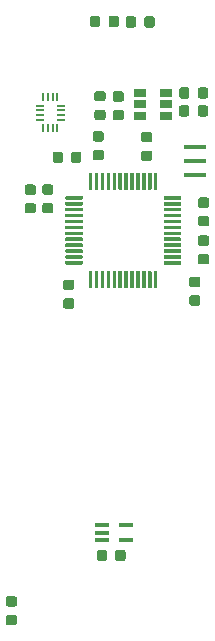
<source format=gbp>
G04 #@! TF.GenerationSoftware,KiCad,Pcbnew,(5.1.5-0-10_14)*
G04 #@! TF.CreationDate,2020-03-23T23:07:20-07:00*
G04 #@! TF.ProjectId,raptor,72617074-6f72-42e6-9b69-6361645f7063,rev?*
G04 #@! TF.SameCoordinates,Original*
G04 #@! TF.FileFunction,Paste,Bot*
G04 #@! TF.FilePolarity,Positive*
%FSLAX46Y46*%
G04 Gerber Fmt 4.6, Leading zero omitted, Abs format (unit mm)*
G04 Created by KiCad (PCBNEW (5.1.5-0-10_14)) date 2020-03-23 23:07:20*
%MOMM*%
%LPD*%
G04 APERTURE LIST*
%ADD10R,1.168400X0.355600*%
%ADD11C,0.100000*%
%ADD12R,0.200000X0.800000*%
%ADD13R,0.800000X0.200000*%
%ADD14R,1.900000X0.400000*%
%ADD15R,1.060000X0.650000*%
G04 APERTURE END LIST*
D10*
X148681400Y-131460400D03*
X148681400Y-130139600D03*
X146598600Y-130139600D03*
X146598600Y-130800000D03*
X146598600Y-131460400D03*
D11*
G36*
X148407691Y-132266053D02*
G01*
X148428926Y-132269203D01*
X148449750Y-132274419D01*
X148469962Y-132281651D01*
X148489368Y-132290830D01*
X148507781Y-132301866D01*
X148525024Y-132314654D01*
X148540930Y-132329070D01*
X148555346Y-132344976D01*
X148568134Y-132362219D01*
X148579170Y-132380632D01*
X148588349Y-132400038D01*
X148595581Y-132420250D01*
X148600797Y-132441074D01*
X148603947Y-132462309D01*
X148605000Y-132483750D01*
X148605000Y-132996250D01*
X148603947Y-133017691D01*
X148600797Y-133038926D01*
X148595581Y-133059750D01*
X148588349Y-133079962D01*
X148579170Y-133099368D01*
X148568134Y-133117781D01*
X148555346Y-133135024D01*
X148540930Y-133150930D01*
X148525024Y-133165346D01*
X148507781Y-133178134D01*
X148489368Y-133189170D01*
X148469962Y-133198349D01*
X148449750Y-133205581D01*
X148428926Y-133210797D01*
X148407691Y-133213947D01*
X148386250Y-133215000D01*
X147948750Y-133215000D01*
X147927309Y-133213947D01*
X147906074Y-133210797D01*
X147885250Y-133205581D01*
X147865038Y-133198349D01*
X147845632Y-133189170D01*
X147827219Y-133178134D01*
X147809976Y-133165346D01*
X147794070Y-133150930D01*
X147779654Y-133135024D01*
X147766866Y-133117781D01*
X147755830Y-133099368D01*
X147746651Y-133079962D01*
X147739419Y-133059750D01*
X147734203Y-133038926D01*
X147731053Y-133017691D01*
X147730000Y-132996250D01*
X147730000Y-132483750D01*
X147731053Y-132462309D01*
X147734203Y-132441074D01*
X147739419Y-132420250D01*
X147746651Y-132400038D01*
X147755830Y-132380632D01*
X147766866Y-132362219D01*
X147779654Y-132344976D01*
X147794070Y-132329070D01*
X147809976Y-132314654D01*
X147827219Y-132301866D01*
X147845632Y-132290830D01*
X147865038Y-132281651D01*
X147885250Y-132274419D01*
X147906074Y-132269203D01*
X147927309Y-132266053D01*
X147948750Y-132265000D01*
X148386250Y-132265000D01*
X148407691Y-132266053D01*
G37*
G36*
X146832691Y-132266053D02*
G01*
X146853926Y-132269203D01*
X146874750Y-132274419D01*
X146894962Y-132281651D01*
X146914368Y-132290830D01*
X146932781Y-132301866D01*
X146950024Y-132314654D01*
X146965930Y-132329070D01*
X146980346Y-132344976D01*
X146993134Y-132362219D01*
X147004170Y-132380632D01*
X147013349Y-132400038D01*
X147020581Y-132420250D01*
X147025797Y-132441074D01*
X147028947Y-132462309D01*
X147030000Y-132483750D01*
X147030000Y-132996250D01*
X147028947Y-133017691D01*
X147025797Y-133038926D01*
X147020581Y-133059750D01*
X147013349Y-133079962D01*
X147004170Y-133099368D01*
X146993134Y-133117781D01*
X146980346Y-133135024D01*
X146965930Y-133150930D01*
X146950024Y-133165346D01*
X146932781Y-133178134D01*
X146914368Y-133189170D01*
X146894962Y-133198349D01*
X146874750Y-133205581D01*
X146853926Y-133210797D01*
X146832691Y-133213947D01*
X146811250Y-133215000D01*
X146373750Y-133215000D01*
X146352309Y-133213947D01*
X146331074Y-133210797D01*
X146310250Y-133205581D01*
X146290038Y-133198349D01*
X146270632Y-133189170D01*
X146252219Y-133178134D01*
X146234976Y-133165346D01*
X146219070Y-133150930D01*
X146204654Y-133135024D01*
X146191866Y-133117781D01*
X146180830Y-133099368D01*
X146171651Y-133079962D01*
X146164419Y-133059750D01*
X146159203Y-133038926D01*
X146156053Y-133017691D01*
X146155000Y-132996250D01*
X146155000Y-132483750D01*
X146156053Y-132462309D01*
X146159203Y-132441074D01*
X146164419Y-132420250D01*
X146171651Y-132400038D01*
X146180830Y-132380632D01*
X146191866Y-132362219D01*
X146204654Y-132344976D01*
X146219070Y-132329070D01*
X146234976Y-132314654D01*
X146252219Y-132301866D01*
X146270632Y-132290830D01*
X146290038Y-132281651D01*
X146310250Y-132274419D01*
X146331074Y-132269203D01*
X146352309Y-132266053D01*
X146373750Y-132265000D01*
X146811250Y-132265000D01*
X146832691Y-132266053D01*
G37*
G36*
X139215691Y-137765053D02*
G01*
X139236926Y-137768203D01*
X139257750Y-137773419D01*
X139277962Y-137780651D01*
X139297368Y-137789830D01*
X139315781Y-137800866D01*
X139333024Y-137813654D01*
X139348930Y-137828070D01*
X139363346Y-137843976D01*
X139376134Y-137861219D01*
X139387170Y-137879632D01*
X139396349Y-137899038D01*
X139403581Y-137919250D01*
X139408797Y-137940074D01*
X139411947Y-137961309D01*
X139413000Y-137982750D01*
X139413000Y-138420250D01*
X139411947Y-138441691D01*
X139408797Y-138462926D01*
X139403581Y-138483750D01*
X139396349Y-138503962D01*
X139387170Y-138523368D01*
X139376134Y-138541781D01*
X139363346Y-138559024D01*
X139348930Y-138574930D01*
X139333024Y-138589346D01*
X139315781Y-138602134D01*
X139297368Y-138613170D01*
X139277962Y-138622349D01*
X139257750Y-138629581D01*
X139236926Y-138634797D01*
X139215691Y-138637947D01*
X139194250Y-138639000D01*
X138681750Y-138639000D01*
X138660309Y-138637947D01*
X138639074Y-138634797D01*
X138618250Y-138629581D01*
X138598038Y-138622349D01*
X138578632Y-138613170D01*
X138560219Y-138602134D01*
X138542976Y-138589346D01*
X138527070Y-138574930D01*
X138512654Y-138559024D01*
X138499866Y-138541781D01*
X138488830Y-138523368D01*
X138479651Y-138503962D01*
X138472419Y-138483750D01*
X138467203Y-138462926D01*
X138464053Y-138441691D01*
X138463000Y-138420250D01*
X138463000Y-137982750D01*
X138464053Y-137961309D01*
X138467203Y-137940074D01*
X138472419Y-137919250D01*
X138479651Y-137899038D01*
X138488830Y-137879632D01*
X138499866Y-137861219D01*
X138512654Y-137843976D01*
X138527070Y-137828070D01*
X138542976Y-137813654D01*
X138560219Y-137800866D01*
X138578632Y-137789830D01*
X138598038Y-137780651D01*
X138618250Y-137773419D01*
X138639074Y-137768203D01*
X138660309Y-137765053D01*
X138681750Y-137764000D01*
X139194250Y-137764000D01*
X139215691Y-137765053D01*
G37*
G36*
X139215691Y-136190053D02*
G01*
X139236926Y-136193203D01*
X139257750Y-136198419D01*
X139277962Y-136205651D01*
X139297368Y-136214830D01*
X139315781Y-136225866D01*
X139333024Y-136238654D01*
X139348930Y-136253070D01*
X139363346Y-136268976D01*
X139376134Y-136286219D01*
X139387170Y-136304632D01*
X139396349Y-136324038D01*
X139403581Y-136344250D01*
X139408797Y-136365074D01*
X139411947Y-136386309D01*
X139413000Y-136407750D01*
X139413000Y-136845250D01*
X139411947Y-136866691D01*
X139408797Y-136887926D01*
X139403581Y-136908750D01*
X139396349Y-136928962D01*
X139387170Y-136948368D01*
X139376134Y-136966781D01*
X139363346Y-136984024D01*
X139348930Y-136999930D01*
X139333024Y-137014346D01*
X139315781Y-137027134D01*
X139297368Y-137038170D01*
X139277962Y-137047349D01*
X139257750Y-137054581D01*
X139236926Y-137059797D01*
X139215691Y-137062947D01*
X139194250Y-137064000D01*
X138681750Y-137064000D01*
X138660309Y-137062947D01*
X138639074Y-137059797D01*
X138618250Y-137054581D01*
X138598038Y-137047349D01*
X138578632Y-137038170D01*
X138560219Y-137027134D01*
X138542976Y-137014346D01*
X138527070Y-136999930D01*
X138512654Y-136984024D01*
X138499866Y-136966781D01*
X138488830Y-136948368D01*
X138479651Y-136928962D01*
X138472419Y-136908750D01*
X138467203Y-136887926D01*
X138464053Y-136866691D01*
X138463000Y-136845250D01*
X138463000Y-136407750D01*
X138464053Y-136386309D01*
X138467203Y-136365074D01*
X138472419Y-136344250D01*
X138479651Y-136324038D01*
X138488830Y-136304632D01*
X138499866Y-136286219D01*
X138512654Y-136268976D01*
X138527070Y-136253070D01*
X138542976Y-136238654D01*
X138560219Y-136225866D01*
X138578632Y-136214830D01*
X138598038Y-136205651D01*
X138618250Y-136198419D01*
X138639074Y-136193203D01*
X138660309Y-136190053D01*
X138681750Y-136189000D01*
X139194250Y-136189000D01*
X139215691Y-136190053D01*
G37*
G36*
X153822691Y-93106053D02*
G01*
X153843926Y-93109203D01*
X153864750Y-93114419D01*
X153884962Y-93121651D01*
X153904368Y-93130830D01*
X153922781Y-93141866D01*
X153940024Y-93154654D01*
X153955930Y-93169070D01*
X153970346Y-93184976D01*
X153983134Y-93202219D01*
X153994170Y-93220632D01*
X154003349Y-93240038D01*
X154010581Y-93260250D01*
X154015797Y-93281074D01*
X154018947Y-93302309D01*
X154020000Y-93323750D01*
X154020000Y-93836250D01*
X154018947Y-93857691D01*
X154015797Y-93878926D01*
X154010581Y-93899750D01*
X154003349Y-93919962D01*
X153994170Y-93939368D01*
X153983134Y-93957781D01*
X153970346Y-93975024D01*
X153955930Y-93990930D01*
X153940024Y-94005346D01*
X153922781Y-94018134D01*
X153904368Y-94029170D01*
X153884962Y-94038349D01*
X153864750Y-94045581D01*
X153843926Y-94050797D01*
X153822691Y-94053947D01*
X153801250Y-94055000D01*
X153363750Y-94055000D01*
X153342309Y-94053947D01*
X153321074Y-94050797D01*
X153300250Y-94045581D01*
X153280038Y-94038349D01*
X153260632Y-94029170D01*
X153242219Y-94018134D01*
X153224976Y-94005346D01*
X153209070Y-93990930D01*
X153194654Y-93975024D01*
X153181866Y-93957781D01*
X153170830Y-93939368D01*
X153161651Y-93919962D01*
X153154419Y-93899750D01*
X153149203Y-93878926D01*
X153146053Y-93857691D01*
X153145000Y-93836250D01*
X153145000Y-93323750D01*
X153146053Y-93302309D01*
X153149203Y-93281074D01*
X153154419Y-93260250D01*
X153161651Y-93240038D01*
X153170830Y-93220632D01*
X153181866Y-93202219D01*
X153194654Y-93184976D01*
X153209070Y-93169070D01*
X153224976Y-93154654D01*
X153242219Y-93141866D01*
X153260632Y-93130830D01*
X153280038Y-93121651D01*
X153300250Y-93114419D01*
X153321074Y-93109203D01*
X153342309Y-93106053D01*
X153363750Y-93105000D01*
X153801250Y-93105000D01*
X153822691Y-93106053D01*
G37*
G36*
X155397691Y-93106053D02*
G01*
X155418926Y-93109203D01*
X155439750Y-93114419D01*
X155459962Y-93121651D01*
X155479368Y-93130830D01*
X155497781Y-93141866D01*
X155515024Y-93154654D01*
X155530930Y-93169070D01*
X155545346Y-93184976D01*
X155558134Y-93202219D01*
X155569170Y-93220632D01*
X155578349Y-93240038D01*
X155585581Y-93260250D01*
X155590797Y-93281074D01*
X155593947Y-93302309D01*
X155595000Y-93323750D01*
X155595000Y-93836250D01*
X155593947Y-93857691D01*
X155590797Y-93878926D01*
X155585581Y-93899750D01*
X155578349Y-93919962D01*
X155569170Y-93939368D01*
X155558134Y-93957781D01*
X155545346Y-93975024D01*
X155530930Y-93990930D01*
X155515024Y-94005346D01*
X155497781Y-94018134D01*
X155479368Y-94029170D01*
X155459962Y-94038349D01*
X155439750Y-94045581D01*
X155418926Y-94050797D01*
X155397691Y-94053947D01*
X155376250Y-94055000D01*
X154938750Y-94055000D01*
X154917309Y-94053947D01*
X154896074Y-94050797D01*
X154875250Y-94045581D01*
X154855038Y-94038349D01*
X154835632Y-94029170D01*
X154817219Y-94018134D01*
X154799976Y-94005346D01*
X154784070Y-93990930D01*
X154769654Y-93975024D01*
X154756866Y-93957781D01*
X154745830Y-93939368D01*
X154736651Y-93919962D01*
X154729419Y-93899750D01*
X154724203Y-93878926D01*
X154721053Y-93857691D01*
X154720000Y-93836250D01*
X154720000Y-93323750D01*
X154721053Y-93302309D01*
X154724203Y-93281074D01*
X154729419Y-93260250D01*
X154736651Y-93240038D01*
X154745830Y-93220632D01*
X154756866Y-93202219D01*
X154769654Y-93184976D01*
X154784070Y-93169070D01*
X154799976Y-93154654D01*
X154817219Y-93141866D01*
X154835632Y-93130830D01*
X154855038Y-93121651D01*
X154875250Y-93114419D01*
X154896074Y-93109203D01*
X154917309Y-93106053D01*
X154938750Y-93105000D01*
X155376250Y-93105000D01*
X155397691Y-93106053D01*
G37*
D12*
X141640000Y-96550000D03*
X142040000Y-96550000D03*
X142440000Y-96550000D03*
X142840000Y-96550000D03*
D13*
X143140000Y-95850000D03*
X143140000Y-95450000D03*
X143140000Y-95050000D03*
X143140000Y-94650000D03*
D12*
X142840000Y-93950000D03*
X142440000Y-93950000D03*
X142040000Y-93950000D03*
X141640000Y-93950000D03*
D13*
X141340000Y-94650000D03*
X141340000Y-95050000D03*
X141340000Y-95450000D03*
X141340000Y-95850000D03*
D14*
X154480000Y-100550000D03*
X154480000Y-99350000D03*
X154480000Y-98150000D03*
D11*
G36*
X142307691Y-102901053D02*
G01*
X142328926Y-102904203D01*
X142349750Y-102909419D01*
X142369962Y-102916651D01*
X142389368Y-102925830D01*
X142407781Y-102936866D01*
X142425024Y-102949654D01*
X142440930Y-102964070D01*
X142455346Y-102979976D01*
X142468134Y-102997219D01*
X142479170Y-103015632D01*
X142488349Y-103035038D01*
X142495581Y-103055250D01*
X142500797Y-103076074D01*
X142503947Y-103097309D01*
X142505000Y-103118750D01*
X142505000Y-103556250D01*
X142503947Y-103577691D01*
X142500797Y-103598926D01*
X142495581Y-103619750D01*
X142488349Y-103639962D01*
X142479170Y-103659368D01*
X142468134Y-103677781D01*
X142455346Y-103695024D01*
X142440930Y-103710930D01*
X142425024Y-103725346D01*
X142407781Y-103738134D01*
X142389368Y-103749170D01*
X142369962Y-103758349D01*
X142349750Y-103765581D01*
X142328926Y-103770797D01*
X142307691Y-103773947D01*
X142286250Y-103775000D01*
X141773750Y-103775000D01*
X141752309Y-103773947D01*
X141731074Y-103770797D01*
X141710250Y-103765581D01*
X141690038Y-103758349D01*
X141670632Y-103749170D01*
X141652219Y-103738134D01*
X141634976Y-103725346D01*
X141619070Y-103710930D01*
X141604654Y-103695024D01*
X141591866Y-103677781D01*
X141580830Y-103659368D01*
X141571651Y-103639962D01*
X141564419Y-103619750D01*
X141559203Y-103598926D01*
X141556053Y-103577691D01*
X141555000Y-103556250D01*
X141555000Y-103118750D01*
X141556053Y-103097309D01*
X141559203Y-103076074D01*
X141564419Y-103055250D01*
X141571651Y-103035038D01*
X141580830Y-103015632D01*
X141591866Y-102997219D01*
X141604654Y-102979976D01*
X141619070Y-102964070D01*
X141634976Y-102949654D01*
X141652219Y-102936866D01*
X141670632Y-102925830D01*
X141690038Y-102916651D01*
X141710250Y-102909419D01*
X141731074Y-102904203D01*
X141752309Y-102901053D01*
X141773750Y-102900000D01*
X142286250Y-102900000D01*
X142307691Y-102901053D01*
G37*
G36*
X142307691Y-101326053D02*
G01*
X142328926Y-101329203D01*
X142349750Y-101334419D01*
X142369962Y-101341651D01*
X142389368Y-101350830D01*
X142407781Y-101361866D01*
X142425024Y-101374654D01*
X142440930Y-101389070D01*
X142455346Y-101404976D01*
X142468134Y-101422219D01*
X142479170Y-101440632D01*
X142488349Y-101460038D01*
X142495581Y-101480250D01*
X142500797Y-101501074D01*
X142503947Y-101522309D01*
X142505000Y-101543750D01*
X142505000Y-101981250D01*
X142503947Y-102002691D01*
X142500797Y-102023926D01*
X142495581Y-102044750D01*
X142488349Y-102064962D01*
X142479170Y-102084368D01*
X142468134Y-102102781D01*
X142455346Y-102120024D01*
X142440930Y-102135930D01*
X142425024Y-102150346D01*
X142407781Y-102163134D01*
X142389368Y-102174170D01*
X142369962Y-102183349D01*
X142349750Y-102190581D01*
X142328926Y-102195797D01*
X142307691Y-102198947D01*
X142286250Y-102200000D01*
X141773750Y-102200000D01*
X141752309Y-102198947D01*
X141731074Y-102195797D01*
X141710250Y-102190581D01*
X141690038Y-102183349D01*
X141670632Y-102174170D01*
X141652219Y-102163134D01*
X141634976Y-102150346D01*
X141619070Y-102135930D01*
X141604654Y-102120024D01*
X141591866Y-102102781D01*
X141580830Y-102084368D01*
X141571651Y-102064962D01*
X141564419Y-102044750D01*
X141559203Y-102023926D01*
X141556053Y-102002691D01*
X141555000Y-101981250D01*
X141555000Y-101543750D01*
X141556053Y-101522309D01*
X141559203Y-101501074D01*
X141564419Y-101480250D01*
X141571651Y-101460038D01*
X141580830Y-101440632D01*
X141591866Y-101422219D01*
X141604654Y-101404976D01*
X141619070Y-101389070D01*
X141634976Y-101374654D01*
X141652219Y-101361866D01*
X141670632Y-101350830D01*
X141690038Y-101341651D01*
X141710250Y-101334419D01*
X141731074Y-101329203D01*
X141752309Y-101326053D01*
X141773750Y-101325000D01*
X142286250Y-101325000D01*
X142307691Y-101326053D01*
G37*
G36*
X143102691Y-98556053D02*
G01*
X143123926Y-98559203D01*
X143144750Y-98564419D01*
X143164962Y-98571651D01*
X143184368Y-98580830D01*
X143202781Y-98591866D01*
X143220024Y-98604654D01*
X143235930Y-98619070D01*
X143250346Y-98634976D01*
X143263134Y-98652219D01*
X143274170Y-98670632D01*
X143283349Y-98690038D01*
X143290581Y-98710250D01*
X143295797Y-98731074D01*
X143298947Y-98752309D01*
X143300000Y-98773750D01*
X143300000Y-99286250D01*
X143298947Y-99307691D01*
X143295797Y-99328926D01*
X143290581Y-99349750D01*
X143283349Y-99369962D01*
X143274170Y-99389368D01*
X143263134Y-99407781D01*
X143250346Y-99425024D01*
X143235930Y-99440930D01*
X143220024Y-99455346D01*
X143202781Y-99468134D01*
X143184368Y-99479170D01*
X143164962Y-99488349D01*
X143144750Y-99495581D01*
X143123926Y-99500797D01*
X143102691Y-99503947D01*
X143081250Y-99505000D01*
X142643750Y-99505000D01*
X142622309Y-99503947D01*
X142601074Y-99500797D01*
X142580250Y-99495581D01*
X142560038Y-99488349D01*
X142540632Y-99479170D01*
X142522219Y-99468134D01*
X142504976Y-99455346D01*
X142489070Y-99440930D01*
X142474654Y-99425024D01*
X142461866Y-99407781D01*
X142450830Y-99389368D01*
X142441651Y-99369962D01*
X142434419Y-99349750D01*
X142429203Y-99328926D01*
X142426053Y-99307691D01*
X142425000Y-99286250D01*
X142425000Y-98773750D01*
X142426053Y-98752309D01*
X142429203Y-98731074D01*
X142434419Y-98710250D01*
X142441651Y-98690038D01*
X142450830Y-98670632D01*
X142461866Y-98652219D01*
X142474654Y-98634976D01*
X142489070Y-98619070D01*
X142504976Y-98604654D01*
X142522219Y-98591866D01*
X142540632Y-98580830D01*
X142560038Y-98571651D01*
X142580250Y-98564419D01*
X142601074Y-98559203D01*
X142622309Y-98556053D01*
X142643750Y-98555000D01*
X143081250Y-98555000D01*
X143102691Y-98556053D01*
G37*
G36*
X144677691Y-98556053D02*
G01*
X144698926Y-98559203D01*
X144719750Y-98564419D01*
X144739962Y-98571651D01*
X144759368Y-98580830D01*
X144777781Y-98591866D01*
X144795024Y-98604654D01*
X144810930Y-98619070D01*
X144825346Y-98634976D01*
X144838134Y-98652219D01*
X144849170Y-98670632D01*
X144858349Y-98690038D01*
X144865581Y-98710250D01*
X144870797Y-98731074D01*
X144873947Y-98752309D01*
X144875000Y-98773750D01*
X144875000Y-99286250D01*
X144873947Y-99307691D01*
X144870797Y-99328926D01*
X144865581Y-99349750D01*
X144858349Y-99369962D01*
X144849170Y-99389368D01*
X144838134Y-99407781D01*
X144825346Y-99425024D01*
X144810930Y-99440930D01*
X144795024Y-99455346D01*
X144777781Y-99468134D01*
X144759368Y-99479170D01*
X144739962Y-99488349D01*
X144719750Y-99495581D01*
X144698926Y-99500797D01*
X144677691Y-99503947D01*
X144656250Y-99505000D01*
X144218750Y-99505000D01*
X144197309Y-99503947D01*
X144176074Y-99500797D01*
X144155250Y-99495581D01*
X144135038Y-99488349D01*
X144115632Y-99479170D01*
X144097219Y-99468134D01*
X144079976Y-99455346D01*
X144064070Y-99440930D01*
X144049654Y-99425024D01*
X144036866Y-99407781D01*
X144025830Y-99389368D01*
X144016651Y-99369962D01*
X144009419Y-99349750D01*
X144004203Y-99328926D01*
X144001053Y-99307691D01*
X144000000Y-99286250D01*
X144000000Y-98773750D01*
X144001053Y-98752309D01*
X144004203Y-98731074D01*
X144009419Y-98710250D01*
X144016651Y-98690038D01*
X144025830Y-98670632D01*
X144036866Y-98652219D01*
X144049654Y-98634976D01*
X144064070Y-98619070D01*
X144079976Y-98604654D01*
X144097219Y-98591866D01*
X144115632Y-98580830D01*
X144135038Y-98571651D01*
X144155250Y-98564419D01*
X144176074Y-98559203D01*
X144197309Y-98556053D01*
X144218750Y-98555000D01*
X144656250Y-98555000D01*
X144677691Y-98556053D01*
G37*
G36*
X155497691Y-104001053D02*
G01*
X155518926Y-104004203D01*
X155539750Y-104009419D01*
X155559962Y-104016651D01*
X155579368Y-104025830D01*
X155597781Y-104036866D01*
X155615024Y-104049654D01*
X155630930Y-104064070D01*
X155645346Y-104079976D01*
X155658134Y-104097219D01*
X155669170Y-104115632D01*
X155678349Y-104135038D01*
X155685581Y-104155250D01*
X155690797Y-104176074D01*
X155693947Y-104197309D01*
X155695000Y-104218750D01*
X155695000Y-104656250D01*
X155693947Y-104677691D01*
X155690797Y-104698926D01*
X155685581Y-104719750D01*
X155678349Y-104739962D01*
X155669170Y-104759368D01*
X155658134Y-104777781D01*
X155645346Y-104795024D01*
X155630930Y-104810930D01*
X155615024Y-104825346D01*
X155597781Y-104838134D01*
X155579368Y-104849170D01*
X155559962Y-104858349D01*
X155539750Y-104865581D01*
X155518926Y-104870797D01*
X155497691Y-104873947D01*
X155476250Y-104875000D01*
X154963750Y-104875000D01*
X154942309Y-104873947D01*
X154921074Y-104870797D01*
X154900250Y-104865581D01*
X154880038Y-104858349D01*
X154860632Y-104849170D01*
X154842219Y-104838134D01*
X154824976Y-104825346D01*
X154809070Y-104810930D01*
X154794654Y-104795024D01*
X154781866Y-104777781D01*
X154770830Y-104759368D01*
X154761651Y-104739962D01*
X154754419Y-104719750D01*
X154749203Y-104698926D01*
X154746053Y-104677691D01*
X154745000Y-104656250D01*
X154745000Y-104218750D01*
X154746053Y-104197309D01*
X154749203Y-104176074D01*
X154754419Y-104155250D01*
X154761651Y-104135038D01*
X154770830Y-104115632D01*
X154781866Y-104097219D01*
X154794654Y-104079976D01*
X154809070Y-104064070D01*
X154824976Y-104049654D01*
X154842219Y-104036866D01*
X154860632Y-104025830D01*
X154880038Y-104016651D01*
X154900250Y-104009419D01*
X154921074Y-104004203D01*
X154942309Y-104001053D01*
X154963750Y-104000000D01*
X155476250Y-104000000D01*
X155497691Y-104001053D01*
G37*
G36*
X155497691Y-102426053D02*
G01*
X155518926Y-102429203D01*
X155539750Y-102434419D01*
X155559962Y-102441651D01*
X155579368Y-102450830D01*
X155597781Y-102461866D01*
X155615024Y-102474654D01*
X155630930Y-102489070D01*
X155645346Y-102504976D01*
X155658134Y-102522219D01*
X155669170Y-102540632D01*
X155678349Y-102560038D01*
X155685581Y-102580250D01*
X155690797Y-102601074D01*
X155693947Y-102622309D01*
X155695000Y-102643750D01*
X155695000Y-103081250D01*
X155693947Y-103102691D01*
X155690797Y-103123926D01*
X155685581Y-103144750D01*
X155678349Y-103164962D01*
X155669170Y-103184368D01*
X155658134Y-103202781D01*
X155645346Y-103220024D01*
X155630930Y-103235930D01*
X155615024Y-103250346D01*
X155597781Y-103263134D01*
X155579368Y-103274170D01*
X155559962Y-103283349D01*
X155539750Y-103290581D01*
X155518926Y-103295797D01*
X155497691Y-103298947D01*
X155476250Y-103300000D01*
X154963750Y-103300000D01*
X154942309Y-103298947D01*
X154921074Y-103295797D01*
X154900250Y-103290581D01*
X154880038Y-103283349D01*
X154860632Y-103274170D01*
X154842219Y-103263134D01*
X154824976Y-103250346D01*
X154809070Y-103235930D01*
X154794654Y-103220024D01*
X154781866Y-103202781D01*
X154770830Y-103184368D01*
X154761651Y-103164962D01*
X154754419Y-103144750D01*
X154749203Y-103123926D01*
X154746053Y-103102691D01*
X154745000Y-103081250D01*
X154745000Y-102643750D01*
X154746053Y-102622309D01*
X154749203Y-102601074D01*
X154754419Y-102580250D01*
X154761651Y-102560038D01*
X154770830Y-102540632D01*
X154781866Y-102522219D01*
X154794654Y-102504976D01*
X154809070Y-102489070D01*
X154824976Y-102474654D01*
X154842219Y-102461866D01*
X154860632Y-102450830D01*
X154880038Y-102441651D01*
X154900250Y-102434419D01*
X154921074Y-102429203D01*
X154942309Y-102426053D01*
X154963750Y-102425000D01*
X155476250Y-102425000D01*
X155497691Y-102426053D01*
G37*
G36*
X144076291Y-109394653D02*
G01*
X144097526Y-109397803D01*
X144118350Y-109403019D01*
X144138562Y-109410251D01*
X144157968Y-109419430D01*
X144176381Y-109430466D01*
X144193624Y-109443254D01*
X144209530Y-109457670D01*
X144223946Y-109473576D01*
X144236734Y-109490819D01*
X144247770Y-109509232D01*
X144256949Y-109528638D01*
X144264181Y-109548850D01*
X144269397Y-109569674D01*
X144272547Y-109590909D01*
X144273600Y-109612350D01*
X144273600Y-110049850D01*
X144272547Y-110071291D01*
X144269397Y-110092526D01*
X144264181Y-110113350D01*
X144256949Y-110133562D01*
X144247770Y-110152968D01*
X144236734Y-110171381D01*
X144223946Y-110188624D01*
X144209530Y-110204530D01*
X144193624Y-110218946D01*
X144176381Y-110231734D01*
X144157968Y-110242770D01*
X144138562Y-110251949D01*
X144118350Y-110259181D01*
X144097526Y-110264397D01*
X144076291Y-110267547D01*
X144054850Y-110268600D01*
X143542350Y-110268600D01*
X143520909Y-110267547D01*
X143499674Y-110264397D01*
X143478850Y-110259181D01*
X143458638Y-110251949D01*
X143439232Y-110242770D01*
X143420819Y-110231734D01*
X143403576Y-110218946D01*
X143387670Y-110204530D01*
X143373254Y-110188624D01*
X143360466Y-110171381D01*
X143349430Y-110152968D01*
X143340251Y-110133562D01*
X143333019Y-110113350D01*
X143327803Y-110092526D01*
X143324653Y-110071291D01*
X143323600Y-110049850D01*
X143323600Y-109612350D01*
X143324653Y-109590909D01*
X143327803Y-109569674D01*
X143333019Y-109548850D01*
X143340251Y-109528638D01*
X143349430Y-109509232D01*
X143360466Y-109490819D01*
X143373254Y-109473576D01*
X143387670Y-109457670D01*
X143403576Y-109443254D01*
X143420819Y-109430466D01*
X143439232Y-109419430D01*
X143458638Y-109410251D01*
X143478850Y-109403019D01*
X143499674Y-109397803D01*
X143520909Y-109394653D01*
X143542350Y-109393600D01*
X144054850Y-109393600D01*
X144076291Y-109394653D01*
G37*
G36*
X144076291Y-110969653D02*
G01*
X144097526Y-110972803D01*
X144118350Y-110978019D01*
X144138562Y-110985251D01*
X144157968Y-110994430D01*
X144176381Y-111005466D01*
X144193624Y-111018254D01*
X144209530Y-111032670D01*
X144223946Y-111048576D01*
X144236734Y-111065819D01*
X144247770Y-111084232D01*
X144256949Y-111103638D01*
X144264181Y-111123850D01*
X144269397Y-111144674D01*
X144272547Y-111165909D01*
X144273600Y-111187350D01*
X144273600Y-111624850D01*
X144272547Y-111646291D01*
X144269397Y-111667526D01*
X144264181Y-111688350D01*
X144256949Y-111708562D01*
X144247770Y-111727968D01*
X144236734Y-111746381D01*
X144223946Y-111763624D01*
X144209530Y-111779530D01*
X144193624Y-111793946D01*
X144176381Y-111806734D01*
X144157968Y-111817770D01*
X144138562Y-111826949D01*
X144118350Y-111834181D01*
X144097526Y-111839397D01*
X144076291Y-111842547D01*
X144054850Y-111843600D01*
X143542350Y-111843600D01*
X143520909Y-111842547D01*
X143499674Y-111839397D01*
X143478850Y-111834181D01*
X143458638Y-111826949D01*
X143439232Y-111817770D01*
X143420819Y-111806734D01*
X143403576Y-111793946D01*
X143387670Y-111779530D01*
X143373254Y-111763624D01*
X143360466Y-111746381D01*
X143349430Y-111727968D01*
X143340251Y-111708562D01*
X143333019Y-111688350D01*
X143327803Y-111667526D01*
X143324653Y-111646291D01*
X143323600Y-111624850D01*
X143323600Y-111187350D01*
X143324653Y-111165909D01*
X143327803Y-111144674D01*
X143333019Y-111123850D01*
X143340251Y-111103638D01*
X143349430Y-111084232D01*
X143360466Y-111065819D01*
X143373254Y-111048576D01*
X143387670Y-111032670D01*
X143403576Y-111018254D01*
X143420819Y-111005466D01*
X143439232Y-110994430D01*
X143458638Y-110985251D01*
X143478850Y-110978019D01*
X143499674Y-110972803D01*
X143520909Y-110969653D01*
X143542350Y-110968600D01*
X144054850Y-110968600D01*
X144076291Y-110969653D01*
G37*
G36*
X150680291Y-98472853D02*
G01*
X150701526Y-98476003D01*
X150722350Y-98481219D01*
X150742562Y-98488451D01*
X150761968Y-98497630D01*
X150780381Y-98508666D01*
X150797624Y-98521454D01*
X150813530Y-98535870D01*
X150827946Y-98551776D01*
X150840734Y-98569019D01*
X150851770Y-98587432D01*
X150860949Y-98606838D01*
X150868181Y-98627050D01*
X150873397Y-98647874D01*
X150876547Y-98669109D01*
X150877600Y-98690550D01*
X150877600Y-99128050D01*
X150876547Y-99149491D01*
X150873397Y-99170726D01*
X150868181Y-99191550D01*
X150860949Y-99211762D01*
X150851770Y-99231168D01*
X150840734Y-99249581D01*
X150827946Y-99266824D01*
X150813530Y-99282730D01*
X150797624Y-99297146D01*
X150780381Y-99309934D01*
X150761968Y-99320970D01*
X150742562Y-99330149D01*
X150722350Y-99337381D01*
X150701526Y-99342597D01*
X150680291Y-99345747D01*
X150658850Y-99346800D01*
X150146350Y-99346800D01*
X150124909Y-99345747D01*
X150103674Y-99342597D01*
X150082850Y-99337381D01*
X150062638Y-99330149D01*
X150043232Y-99320970D01*
X150024819Y-99309934D01*
X150007576Y-99297146D01*
X149991670Y-99282730D01*
X149977254Y-99266824D01*
X149964466Y-99249581D01*
X149953430Y-99231168D01*
X149944251Y-99211762D01*
X149937019Y-99191550D01*
X149931803Y-99170726D01*
X149928653Y-99149491D01*
X149927600Y-99128050D01*
X149927600Y-98690550D01*
X149928653Y-98669109D01*
X149931803Y-98647874D01*
X149937019Y-98627050D01*
X149944251Y-98606838D01*
X149953430Y-98587432D01*
X149964466Y-98569019D01*
X149977254Y-98551776D01*
X149991670Y-98535870D01*
X150007576Y-98521454D01*
X150024819Y-98508666D01*
X150043232Y-98497630D01*
X150062638Y-98488451D01*
X150082850Y-98481219D01*
X150103674Y-98476003D01*
X150124909Y-98472853D01*
X150146350Y-98471800D01*
X150658850Y-98471800D01*
X150680291Y-98472853D01*
G37*
G36*
X150680291Y-96897853D02*
G01*
X150701526Y-96901003D01*
X150722350Y-96906219D01*
X150742562Y-96913451D01*
X150761968Y-96922630D01*
X150780381Y-96933666D01*
X150797624Y-96946454D01*
X150813530Y-96960870D01*
X150827946Y-96976776D01*
X150840734Y-96994019D01*
X150851770Y-97012432D01*
X150860949Y-97031838D01*
X150868181Y-97052050D01*
X150873397Y-97072874D01*
X150876547Y-97094109D01*
X150877600Y-97115550D01*
X150877600Y-97553050D01*
X150876547Y-97574491D01*
X150873397Y-97595726D01*
X150868181Y-97616550D01*
X150860949Y-97636762D01*
X150851770Y-97656168D01*
X150840734Y-97674581D01*
X150827946Y-97691824D01*
X150813530Y-97707730D01*
X150797624Y-97722146D01*
X150780381Y-97734934D01*
X150761968Y-97745970D01*
X150742562Y-97755149D01*
X150722350Y-97762381D01*
X150701526Y-97767597D01*
X150680291Y-97770747D01*
X150658850Y-97771800D01*
X150146350Y-97771800D01*
X150124909Y-97770747D01*
X150103674Y-97767597D01*
X150082850Y-97762381D01*
X150062638Y-97755149D01*
X150043232Y-97745970D01*
X150024819Y-97734934D01*
X150007576Y-97722146D01*
X149991670Y-97707730D01*
X149977254Y-97691824D01*
X149964466Y-97674581D01*
X149953430Y-97656168D01*
X149944251Y-97636762D01*
X149937019Y-97616550D01*
X149931803Y-97595726D01*
X149928653Y-97574491D01*
X149927600Y-97553050D01*
X149927600Y-97115550D01*
X149928653Y-97094109D01*
X149931803Y-97072874D01*
X149937019Y-97052050D01*
X149944251Y-97031838D01*
X149953430Y-97012432D01*
X149964466Y-96994019D01*
X149977254Y-96976776D01*
X149991670Y-96960870D01*
X150007576Y-96946454D01*
X150024819Y-96933666D01*
X150043232Y-96922630D01*
X150062638Y-96913451D01*
X150082850Y-96906219D01*
X150103674Y-96901003D01*
X150124909Y-96897853D01*
X150146350Y-96896800D01*
X150658850Y-96896800D01*
X150680291Y-96897853D01*
G37*
G36*
X154756991Y-109140653D02*
G01*
X154778226Y-109143803D01*
X154799050Y-109149019D01*
X154819262Y-109156251D01*
X154838668Y-109165430D01*
X154857081Y-109176466D01*
X154874324Y-109189254D01*
X154890230Y-109203670D01*
X154904646Y-109219576D01*
X154917434Y-109236819D01*
X154928470Y-109255232D01*
X154937649Y-109274638D01*
X154944881Y-109294850D01*
X154950097Y-109315674D01*
X154953247Y-109336909D01*
X154954300Y-109358350D01*
X154954300Y-109795850D01*
X154953247Y-109817291D01*
X154950097Y-109838526D01*
X154944881Y-109859350D01*
X154937649Y-109879562D01*
X154928470Y-109898968D01*
X154917434Y-109917381D01*
X154904646Y-109934624D01*
X154890230Y-109950530D01*
X154874324Y-109964946D01*
X154857081Y-109977734D01*
X154838668Y-109988770D01*
X154819262Y-109997949D01*
X154799050Y-110005181D01*
X154778226Y-110010397D01*
X154756991Y-110013547D01*
X154735550Y-110014600D01*
X154223050Y-110014600D01*
X154201609Y-110013547D01*
X154180374Y-110010397D01*
X154159550Y-110005181D01*
X154139338Y-109997949D01*
X154119932Y-109988770D01*
X154101519Y-109977734D01*
X154084276Y-109964946D01*
X154068370Y-109950530D01*
X154053954Y-109934624D01*
X154041166Y-109917381D01*
X154030130Y-109898968D01*
X154020951Y-109879562D01*
X154013719Y-109859350D01*
X154008503Y-109838526D01*
X154005353Y-109817291D01*
X154004300Y-109795850D01*
X154004300Y-109358350D01*
X154005353Y-109336909D01*
X154008503Y-109315674D01*
X154013719Y-109294850D01*
X154020951Y-109274638D01*
X154030130Y-109255232D01*
X154041166Y-109236819D01*
X154053954Y-109219576D01*
X154068370Y-109203670D01*
X154084276Y-109189254D01*
X154101519Y-109176466D01*
X154119932Y-109165430D01*
X154139338Y-109156251D01*
X154159550Y-109149019D01*
X154180374Y-109143803D01*
X154201609Y-109140653D01*
X154223050Y-109139600D01*
X154735550Y-109139600D01*
X154756991Y-109140653D01*
G37*
G36*
X154756991Y-110715653D02*
G01*
X154778226Y-110718803D01*
X154799050Y-110724019D01*
X154819262Y-110731251D01*
X154838668Y-110740430D01*
X154857081Y-110751466D01*
X154874324Y-110764254D01*
X154890230Y-110778670D01*
X154904646Y-110794576D01*
X154917434Y-110811819D01*
X154928470Y-110830232D01*
X154937649Y-110849638D01*
X154944881Y-110869850D01*
X154950097Y-110890674D01*
X154953247Y-110911909D01*
X154954300Y-110933350D01*
X154954300Y-111370850D01*
X154953247Y-111392291D01*
X154950097Y-111413526D01*
X154944881Y-111434350D01*
X154937649Y-111454562D01*
X154928470Y-111473968D01*
X154917434Y-111492381D01*
X154904646Y-111509624D01*
X154890230Y-111525530D01*
X154874324Y-111539946D01*
X154857081Y-111552734D01*
X154838668Y-111563770D01*
X154819262Y-111572949D01*
X154799050Y-111580181D01*
X154778226Y-111585397D01*
X154756991Y-111588547D01*
X154735550Y-111589600D01*
X154223050Y-111589600D01*
X154201609Y-111588547D01*
X154180374Y-111585397D01*
X154159550Y-111580181D01*
X154139338Y-111572949D01*
X154119932Y-111563770D01*
X154101519Y-111552734D01*
X154084276Y-111539946D01*
X154068370Y-111525530D01*
X154053954Y-111509624D01*
X154041166Y-111492381D01*
X154030130Y-111473968D01*
X154020951Y-111454562D01*
X154013719Y-111434350D01*
X154008503Y-111413526D01*
X154005353Y-111392291D01*
X154004300Y-111370850D01*
X154004300Y-110933350D01*
X154005353Y-110911909D01*
X154008503Y-110890674D01*
X154013719Y-110869850D01*
X154020951Y-110849638D01*
X154030130Y-110830232D01*
X154041166Y-110811819D01*
X154053954Y-110794576D01*
X154068370Y-110778670D01*
X154084276Y-110764254D01*
X154101519Y-110751466D01*
X154119932Y-110740430D01*
X154139338Y-110731251D01*
X154159550Y-110724019D01*
X154180374Y-110718803D01*
X154201609Y-110715653D01*
X154223050Y-110714600D01*
X154735550Y-110714600D01*
X154756991Y-110715653D01*
G37*
G36*
X155487691Y-107221053D02*
G01*
X155508926Y-107224203D01*
X155529750Y-107229419D01*
X155549962Y-107236651D01*
X155569368Y-107245830D01*
X155587781Y-107256866D01*
X155605024Y-107269654D01*
X155620930Y-107284070D01*
X155635346Y-107299976D01*
X155648134Y-107317219D01*
X155659170Y-107335632D01*
X155668349Y-107355038D01*
X155675581Y-107375250D01*
X155680797Y-107396074D01*
X155683947Y-107417309D01*
X155685000Y-107438750D01*
X155685000Y-107876250D01*
X155683947Y-107897691D01*
X155680797Y-107918926D01*
X155675581Y-107939750D01*
X155668349Y-107959962D01*
X155659170Y-107979368D01*
X155648134Y-107997781D01*
X155635346Y-108015024D01*
X155620930Y-108030930D01*
X155605024Y-108045346D01*
X155587781Y-108058134D01*
X155569368Y-108069170D01*
X155549962Y-108078349D01*
X155529750Y-108085581D01*
X155508926Y-108090797D01*
X155487691Y-108093947D01*
X155466250Y-108095000D01*
X154953750Y-108095000D01*
X154932309Y-108093947D01*
X154911074Y-108090797D01*
X154890250Y-108085581D01*
X154870038Y-108078349D01*
X154850632Y-108069170D01*
X154832219Y-108058134D01*
X154814976Y-108045346D01*
X154799070Y-108030930D01*
X154784654Y-108015024D01*
X154771866Y-107997781D01*
X154760830Y-107979368D01*
X154751651Y-107959962D01*
X154744419Y-107939750D01*
X154739203Y-107918926D01*
X154736053Y-107897691D01*
X154735000Y-107876250D01*
X154735000Y-107438750D01*
X154736053Y-107417309D01*
X154739203Y-107396074D01*
X154744419Y-107375250D01*
X154751651Y-107355038D01*
X154760830Y-107335632D01*
X154771866Y-107317219D01*
X154784654Y-107299976D01*
X154799070Y-107284070D01*
X154814976Y-107269654D01*
X154832219Y-107256866D01*
X154850632Y-107245830D01*
X154870038Y-107236651D01*
X154890250Y-107229419D01*
X154911074Y-107224203D01*
X154932309Y-107221053D01*
X154953750Y-107220000D01*
X155466250Y-107220000D01*
X155487691Y-107221053D01*
G37*
G36*
X155487691Y-105646053D02*
G01*
X155508926Y-105649203D01*
X155529750Y-105654419D01*
X155549962Y-105661651D01*
X155569368Y-105670830D01*
X155587781Y-105681866D01*
X155605024Y-105694654D01*
X155620930Y-105709070D01*
X155635346Y-105724976D01*
X155648134Y-105742219D01*
X155659170Y-105760632D01*
X155668349Y-105780038D01*
X155675581Y-105800250D01*
X155680797Y-105821074D01*
X155683947Y-105842309D01*
X155685000Y-105863750D01*
X155685000Y-106301250D01*
X155683947Y-106322691D01*
X155680797Y-106343926D01*
X155675581Y-106364750D01*
X155668349Y-106384962D01*
X155659170Y-106404368D01*
X155648134Y-106422781D01*
X155635346Y-106440024D01*
X155620930Y-106455930D01*
X155605024Y-106470346D01*
X155587781Y-106483134D01*
X155569368Y-106494170D01*
X155549962Y-106503349D01*
X155529750Y-106510581D01*
X155508926Y-106515797D01*
X155487691Y-106518947D01*
X155466250Y-106520000D01*
X154953750Y-106520000D01*
X154932309Y-106518947D01*
X154911074Y-106515797D01*
X154890250Y-106510581D01*
X154870038Y-106503349D01*
X154850632Y-106494170D01*
X154832219Y-106483134D01*
X154814976Y-106470346D01*
X154799070Y-106455930D01*
X154784654Y-106440024D01*
X154771866Y-106422781D01*
X154760830Y-106404368D01*
X154751651Y-106384962D01*
X154744419Y-106364750D01*
X154739203Y-106343926D01*
X154736053Y-106322691D01*
X154735000Y-106301250D01*
X154735000Y-105863750D01*
X154736053Y-105842309D01*
X154739203Y-105821074D01*
X154744419Y-105800250D01*
X154751651Y-105780038D01*
X154760830Y-105760632D01*
X154771866Y-105742219D01*
X154784654Y-105724976D01*
X154799070Y-105709070D01*
X154814976Y-105694654D01*
X154832219Y-105681866D01*
X154850632Y-105670830D01*
X154870038Y-105661651D01*
X154890250Y-105654419D01*
X154911074Y-105649203D01*
X154932309Y-105646053D01*
X154953750Y-105645000D01*
X155466250Y-105645000D01*
X155487691Y-105646053D01*
G37*
G36*
X146580731Y-98396653D02*
G01*
X146601966Y-98399803D01*
X146622790Y-98405019D01*
X146643002Y-98412251D01*
X146662408Y-98421430D01*
X146680821Y-98432466D01*
X146698064Y-98445254D01*
X146713970Y-98459670D01*
X146728386Y-98475576D01*
X146741174Y-98492819D01*
X146752210Y-98511232D01*
X146761389Y-98530638D01*
X146768621Y-98550850D01*
X146773837Y-98571674D01*
X146776987Y-98592909D01*
X146778040Y-98614350D01*
X146778040Y-99051850D01*
X146776987Y-99073291D01*
X146773837Y-99094526D01*
X146768621Y-99115350D01*
X146761389Y-99135562D01*
X146752210Y-99154968D01*
X146741174Y-99173381D01*
X146728386Y-99190624D01*
X146713970Y-99206530D01*
X146698064Y-99220946D01*
X146680821Y-99233734D01*
X146662408Y-99244770D01*
X146643002Y-99253949D01*
X146622790Y-99261181D01*
X146601966Y-99266397D01*
X146580731Y-99269547D01*
X146559290Y-99270600D01*
X146046790Y-99270600D01*
X146025349Y-99269547D01*
X146004114Y-99266397D01*
X145983290Y-99261181D01*
X145963078Y-99253949D01*
X145943672Y-99244770D01*
X145925259Y-99233734D01*
X145908016Y-99220946D01*
X145892110Y-99206530D01*
X145877694Y-99190624D01*
X145864906Y-99173381D01*
X145853870Y-99154968D01*
X145844691Y-99135562D01*
X145837459Y-99115350D01*
X145832243Y-99094526D01*
X145829093Y-99073291D01*
X145828040Y-99051850D01*
X145828040Y-98614350D01*
X145829093Y-98592909D01*
X145832243Y-98571674D01*
X145837459Y-98550850D01*
X145844691Y-98530638D01*
X145853870Y-98511232D01*
X145864906Y-98492819D01*
X145877694Y-98475576D01*
X145892110Y-98459670D01*
X145908016Y-98445254D01*
X145925259Y-98432466D01*
X145943672Y-98421430D01*
X145963078Y-98412251D01*
X145983290Y-98405019D01*
X146004114Y-98399803D01*
X146025349Y-98396653D01*
X146046790Y-98395600D01*
X146559290Y-98395600D01*
X146580731Y-98396653D01*
G37*
G36*
X146580731Y-96821653D02*
G01*
X146601966Y-96824803D01*
X146622790Y-96830019D01*
X146643002Y-96837251D01*
X146662408Y-96846430D01*
X146680821Y-96857466D01*
X146698064Y-96870254D01*
X146713970Y-96884670D01*
X146728386Y-96900576D01*
X146741174Y-96917819D01*
X146752210Y-96936232D01*
X146761389Y-96955638D01*
X146768621Y-96975850D01*
X146773837Y-96996674D01*
X146776987Y-97017909D01*
X146778040Y-97039350D01*
X146778040Y-97476850D01*
X146776987Y-97498291D01*
X146773837Y-97519526D01*
X146768621Y-97540350D01*
X146761389Y-97560562D01*
X146752210Y-97579968D01*
X146741174Y-97598381D01*
X146728386Y-97615624D01*
X146713970Y-97631530D01*
X146698064Y-97645946D01*
X146680821Y-97658734D01*
X146662408Y-97669770D01*
X146643002Y-97678949D01*
X146622790Y-97686181D01*
X146601966Y-97691397D01*
X146580731Y-97694547D01*
X146559290Y-97695600D01*
X146046790Y-97695600D01*
X146025349Y-97694547D01*
X146004114Y-97691397D01*
X145983290Y-97686181D01*
X145963078Y-97678949D01*
X145943672Y-97669770D01*
X145925259Y-97658734D01*
X145908016Y-97645946D01*
X145892110Y-97631530D01*
X145877694Y-97615624D01*
X145864906Y-97598381D01*
X145853870Y-97579968D01*
X145844691Y-97560562D01*
X145837459Y-97540350D01*
X145832243Y-97519526D01*
X145829093Y-97498291D01*
X145828040Y-97476850D01*
X145828040Y-97039350D01*
X145829093Y-97017909D01*
X145832243Y-96996674D01*
X145837459Y-96975850D01*
X145844691Y-96955638D01*
X145853870Y-96936232D01*
X145864906Y-96917819D01*
X145877694Y-96900576D01*
X145892110Y-96884670D01*
X145908016Y-96870254D01*
X145925259Y-96857466D01*
X145943672Y-96846430D01*
X145963078Y-96837251D01*
X145983290Y-96830019D01*
X146004114Y-96824803D01*
X146025349Y-96821653D01*
X146046790Y-96820600D01*
X146559290Y-96820600D01*
X146580731Y-96821653D01*
G37*
G36*
X150867691Y-87096053D02*
G01*
X150888926Y-87099203D01*
X150909750Y-87104419D01*
X150929962Y-87111651D01*
X150949368Y-87120830D01*
X150967781Y-87131866D01*
X150985024Y-87144654D01*
X151000930Y-87159070D01*
X151015346Y-87174976D01*
X151028134Y-87192219D01*
X151039170Y-87210632D01*
X151048349Y-87230038D01*
X151055581Y-87250250D01*
X151060797Y-87271074D01*
X151063947Y-87292309D01*
X151065000Y-87313750D01*
X151065000Y-87826250D01*
X151063947Y-87847691D01*
X151060797Y-87868926D01*
X151055581Y-87889750D01*
X151048349Y-87909962D01*
X151039170Y-87929368D01*
X151028134Y-87947781D01*
X151015346Y-87965024D01*
X151000930Y-87980930D01*
X150985024Y-87995346D01*
X150967781Y-88008134D01*
X150949368Y-88019170D01*
X150929962Y-88028349D01*
X150909750Y-88035581D01*
X150888926Y-88040797D01*
X150867691Y-88043947D01*
X150846250Y-88045000D01*
X150408750Y-88045000D01*
X150387309Y-88043947D01*
X150366074Y-88040797D01*
X150345250Y-88035581D01*
X150325038Y-88028349D01*
X150305632Y-88019170D01*
X150287219Y-88008134D01*
X150269976Y-87995346D01*
X150254070Y-87980930D01*
X150239654Y-87965024D01*
X150226866Y-87947781D01*
X150215830Y-87929368D01*
X150206651Y-87909962D01*
X150199419Y-87889750D01*
X150194203Y-87868926D01*
X150191053Y-87847691D01*
X150190000Y-87826250D01*
X150190000Y-87313750D01*
X150191053Y-87292309D01*
X150194203Y-87271074D01*
X150199419Y-87250250D01*
X150206651Y-87230038D01*
X150215830Y-87210632D01*
X150226866Y-87192219D01*
X150239654Y-87174976D01*
X150254070Y-87159070D01*
X150269976Y-87144654D01*
X150287219Y-87131866D01*
X150305632Y-87120830D01*
X150325038Y-87111651D01*
X150345250Y-87104419D01*
X150366074Y-87099203D01*
X150387309Y-87096053D01*
X150408750Y-87095000D01*
X150846250Y-87095000D01*
X150867691Y-87096053D01*
G37*
G36*
X149292691Y-87096053D02*
G01*
X149313926Y-87099203D01*
X149334750Y-87104419D01*
X149354962Y-87111651D01*
X149374368Y-87120830D01*
X149392781Y-87131866D01*
X149410024Y-87144654D01*
X149425930Y-87159070D01*
X149440346Y-87174976D01*
X149453134Y-87192219D01*
X149464170Y-87210632D01*
X149473349Y-87230038D01*
X149480581Y-87250250D01*
X149485797Y-87271074D01*
X149488947Y-87292309D01*
X149490000Y-87313750D01*
X149490000Y-87826250D01*
X149488947Y-87847691D01*
X149485797Y-87868926D01*
X149480581Y-87889750D01*
X149473349Y-87909962D01*
X149464170Y-87929368D01*
X149453134Y-87947781D01*
X149440346Y-87965024D01*
X149425930Y-87980930D01*
X149410024Y-87995346D01*
X149392781Y-88008134D01*
X149374368Y-88019170D01*
X149354962Y-88028349D01*
X149334750Y-88035581D01*
X149313926Y-88040797D01*
X149292691Y-88043947D01*
X149271250Y-88045000D01*
X148833750Y-88045000D01*
X148812309Y-88043947D01*
X148791074Y-88040797D01*
X148770250Y-88035581D01*
X148750038Y-88028349D01*
X148730632Y-88019170D01*
X148712219Y-88008134D01*
X148694976Y-87995346D01*
X148679070Y-87980930D01*
X148664654Y-87965024D01*
X148651866Y-87947781D01*
X148640830Y-87929368D01*
X148631651Y-87909962D01*
X148624419Y-87889750D01*
X148619203Y-87868926D01*
X148616053Y-87847691D01*
X148615000Y-87826250D01*
X148615000Y-87313750D01*
X148616053Y-87292309D01*
X148619203Y-87271074D01*
X148624419Y-87250250D01*
X148631651Y-87230038D01*
X148640830Y-87210632D01*
X148651866Y-87192219D01*
X148664654Y-87174976D01*
X148679070Y-87159070D01*
X148694976Y-87144654D01*
X148712219Y-87131866D01*
X148730632Y-87120830D01*
X148750038Y-87111651D01*
X148770250Y-87104419D01*
X148791074Y-87099203D01*
X148812309Y-87096053D01*
X148833750Y-87095000D01*
X149271250Y-87095000D01*
X149292691Y-87096053D01*
G37*
G36*
X146272691Y-87046053D02*
G01*
X146293926Y-87049203D01*
X146314750Y-87054419D01*
X146334962Y-87061651D01*
X146354368Y-87070830D01*
X146372781Y-87081866D01*
X146390024Y-87094654D01*
X146405930Y-87109070D01*
X146420346Y-87124976D01*
X146433134Y-87142219D01*
X146444170Y-87160632D01*
X146453349Y-87180038D01*
X146460581Y-87200250D01*
X146465797Y-87221074D01*
X146468947Y-87242309D01*
X146470000Y-87263750D01*
X146470000Y-87776250D01*
X146468947Y-87797691D01*
X146465797Y-87818926D01*
X146460581Y-87839750D01*
X146453349Y-87859962D01*
X146444170Y-87879368D01*
X146433134Y-87897781D01*
X146420346Y-87915024D01*
X146405930Y-87930930D01*
X146390024Y-87945346D01*
X146372781Y-87958134D01*
X146354368Y-87969170D01*
X146334962Y-87978349D01*
X146314750Y-87985581D01*
X146293926Y-87990797D01*
X146272691Y-87993947D01*
X146251250Y-87995000D01*
X145813750Y-87995000D01*
X145792309Y-87993947D01*
X145771074Y-87990797D01*
X145750250Y-87985581D01*
X145730038Y-87978349D01*
X145710632Y-87969170D01*
X145692219Y-87958134D01*
X145674976Y-87945346D01*
X145659070Y-87930930D01*
X145644654Y-87915024D01*
X145631866Y-87897781D01*
X145620830Y-87879368D01*
X145611651Y-87859962D01*
X145604419Y-87839750D01*
X145599203Y-87818926D01*
X145596053Y-87797691D01*
X145595000Y-87776250D01*
X145595000Y-87263750D01*
X145596053Y-87242309D01*
X145599203Y-87221074D01*
X145604419Y-87200250D01*
X145611651Y-87180038D01*
X145620830Y-87160632D01*
X145631866Y-87142219D01*
X145644654Y-87124976D01*
X145659070Y-87109070D01*
X145674976Y-87094654D01*
X145692219Y-87081866D01*
X145710632Y-87070830D01*
X145730038Y-87061651D01*
X145750250Y-87054419D01*
X145771074Y-87049203D01*
X145792309Y-87046053D01*
X145813750Y-87045000D01*
X146251250Y-87045000D01*
X146272691Y-87046053D01*
G37*
G36*
X147847691Y-87046053D02*
G01*
X147868926Y-87049203D01*
X147889750Y-87054419D01*
X147909962Y-87061651D01*
X147929368Y-87070830D01*
X147947781Y-87081866D01*
X147965024Y-87094654D01*
X147980930Y-87109070D01*
X147995346Y-87124976D01*
X148008134Y-87142219D01*
X148019170Y-87160632D01*
X148028349Y-87180038D01*
X148035581Y-87200250D01*
X148040797Y-87221074D01*
X148043947Y-87242309D01*
X148045000Y-87263750D01*
X148045000Y-87776250D01*
X148043947Y-87797691D01*
X148040797Y-87818926D01*
X148035581Y-87839750D01*
X148028349Y-87859962D01*
X148019170Y-87879368D01*
X148008134Y-87897781D01*
X147995346Y-87915024D01*
X147980930Y-87930930D01*
X147965024Y-87945346D01*
X147947781Y-87958134D01*
X147929368Y-87969170D01*
X147909962Y-87978349D01*
X147889750Y-87985581D01*
X147868926Y-87990797D01*
X147847691Y-87993947D01*
X147826250Y-87995000D01*
X147388750Y-87995000D01*
X147367309Y-87993947D01*
X147346074Y-87990797D01*
X147325250Y-87985581D01*
X147305038Y-87978349D01*
X147285632Y-87969170D01*
X147267219Y-87958134D01*
X147249976Y-87945346D01*
X147234070Y-87930930D01*
X147219654Y-87915024D01*
X147206866Y-87897781D01*
X147195830Y-87879368D01*
X147186651Y-87859962D01*
X147179419Y-87839750D01*
X147174203Y-87818926D01*
X147171053Y-87797691D01*
X147170000Y-87776250D01*
X147170000Y-87263750D01*
X147171053Y-87242309D01*
X147174203Y-87221074D01*
X147179419Y-87200250D01*
X147186651Y-87180038D01*
X147195830Y-87160632D01*
X147206866Y-87142219D01*
X147219654Y-87124976D01*
X147234070Y-87109070D01*
X147249976Y-87094654D01*
X147267219Y-87081866D01*
X147285632Y-87070830D01*
X147305038Y-87061651D01*
X147325250Y-87054419D01*
X147346074Y-87049203D01*
X147367309Y-87046053D01*
X147388750Y-87045000D01*
X147826250Y-87045000D01*
X147847691Y-87046053D01*
G37*
G36*
X153240951Y-102316461D02*
G01*
X153248232Y-102317541D01*
X153255371Y-102319329D01*
X153262301Y-102321809D01*
X153268955Y-102324956D01*
X153275268Y-102328740D01*
X153281179Y-102333124D01*
X153286633Y-102338067D01*
X153291576Y-102343521D01*
X153295960Y-102349432D01*
X153299744Y-102355745D01*
X153302891Y-102362399D01*
X153305371Y-102369329D01*
X153307159Y-102376468D01*
X153308239Y-102383749D01*
X153308600Y-102391100D01*
X153308600Y-102541100D01*
X153308239Y-102548451D01*
X153307159Y-102555732D01*
X153305371Y-102562871D01*
X153302891Y-102569801D01*
X153299744Y-102576455D01*
X153295960Y-102582768D01*
X153291576Y-102588679D01*
X153286633Y-102594133D01*
X153281179Y-102599076D01*
X153275268Y-102603460D01*
X153268955Y-102607244D01*
X153262301Y-102610391D01*
X153255371Y-102612871D01*
X153248232Y-102614659D01*
X153240951Y-102615739D01*
X153233600Y-102616100D01*
X151908600Y-102616100D01*
X151901249Y-102615739D01*
X151893968Y-102614659D01*
X151886829Y-102612871D01*
X151879899Y-102610391D01*
X151873245Y-102607244D01*
X151866932Y-102603460D01*
X151861021Y-102599076D01*
X151855567Y-102594133D01*
X151850624Y-102588679D01*
X151846240Y-102582768D01*
X151842456Y-102576455D01*
X151839309Y-102569801D01*
X151836829Y-102562871D01*
X151835041Y-102555732D01*
X151833961Y-102548451D01*
X151833600Y-102541100D01*
X151833600Y-102391100D01*
X151833961Y-102383749D01*
X151835041Y-102376468D01*
X151836829Y-102369329D01*
X151839309Y-102362399D01*
X151842456Y-102355745D01*
X151846240Y-102349432D01*
X151850624Y-102343521D01*
X151855567Y-102338067D01*
X151861021Y-102333124D01*
X151866932Y-102328740D01*
X151873245Y-102324956D01*
X151879899Y-102321809D01*
X151886829Y-102319329D01*
X151893968Y-102317541D01*
X151901249Y-102316461D01*
X151908600Y-102316100D01*
X153233600Y-102316100D01*
X153240951Y-102316461D01*
G37*
G36*
X153240951Y-102816461D02*
G01*
X153248232Y-102817541D01*
X153255371Y-102819329D01*
X153262301Y-102821809D01*
X153268955Y-102824956D01*
X153275268Y-102828740D01*
X153281179Y-102833124D01*
X153286633Y-102838067D01*
X153291576Y-102843521D01*
X153295960Y-102849432D01*
X153299744Y-102855745D01*
X153302891Y-102862399D01*
X153305371Y-102869329D01*
X153307159Y-102876468D01*
X153308239Y-102883749D01*
X153308600Y-102891100D01*
X153308600Y-103041100D01*
X153308239Y-103048451D01*
X153307159Y-103055732D01*
X153305371Y-103062871D01*
X153302891Y-103069801D01*
X153299744Y-103076455D01*
X153295960Y-103082768D01*
X153291576Y-103088679D01*
X153286633Y-103094133D01*
X153281179Y-103099076D01*
X153275268Y-103103460D01*
X153268955Y-103107244D01*
X153262301Y-103110391D01*
X153255371Y-103112871D01*
X153248232Y-103114659D01*
X153240951Y-103115739D01*
X153233600Y-103116100D01*
X151908600Y-103116100D01*
X151901249Y-103115739D01*
X151893968Y-103114659D01*
X151886829Y-103112871D01*
X151879899Y-103110391D01*
X151873245Y-103107244D01*
X151866932Y-103103460D01*
X151861021Y-103099076D01*
X151855567Y-103094133D01*
X151850624Y-103088679D01*
X151846240Y-103082768D01*
X151842456Y-103076455D01*
X151839309Y-103069801D01*
X151836829Y-103062871D01*
X151835041Y-103055732D01*
X151833961Y-103048451D01*
X151833600Y-103041100D01*
X151833600Y-102891100D01*
X151833961Y-102883749D01*
X151835041Y-102876468D01*
X151836829Y-102869329D01*
X151839309Y-102862399D01*
X151842456Y-102855745D01*
X151846240Y-102849432D01*
X151850624Y-102843521D01*
X151855567Y-102838067D01*
X151861021Y-102833124D01*
X151866932Y-102828740D01*
X151873245Y-102824956D01*
X151879899Y-102821809D01*
X151886829Y-102819329D01*
X151893968Y-102817541D01*
X151901249Y-102816461D01*
X151908600Y-102816100D01*
X153233600Y-102816100D01*
X153240951Y-102816461D01*
G37*
G36*
X153240951Y-103316461D02*
G01*
X153248232Y-103317541D01*
X153255371Y-103319329D01*
X153262301Y-103321809D01*
X153268955Y-103324956D01*
X153275268Y-103328740D01*
X153281179Y-103333124D01*
X153286633Y-103338067D01*
X153291576Y-103343521D01*
X153295960Y-103349432D01*
X153299744Y-103355745D01*
X153302891Y-103362399D01*
X153305371Y-103369329D01*
X153307159Y-103376468D01*
X153308239Y-103383749D01*
X153308600Y-103391100D01*
X153308600Y-103541100D01*
X153308239Y-103548451D01*
X153307159Y-103555732D01*
X153305371Y-103562871D01*
X153302891Y-103569801D01*
X153299744Y-103576455D01*
X153295960Y-103582768D01*
X153291576Y-103588679D01*
X153286633Y-103594133D01*
X153281179Y-103599076D01*
X153275268Y-103603460D01*
X153268955Y-103607244D01*
X153262301Y-103610391D01*
X153255371Y-103612871D01*
X153248232Y-103614659D01*
X153240951Y-103615739D01*
X153233600Y-103616100D01*
X151908600Y-103616100D01*
X151901249Y-103615739D01*
X151893968Y-103614659D01*
X151886829Y-103612871D01*
X151879899Y-103610391D01*
X151873245Y-103607244D01*
X151866932Y-103603460D01*
X151861021Y-103599076D01*
X151855567Y-103594133D01*
X151850624Y-103588679D01*
X151846240Y-103582768D01*
X151842456Y-103576455D01*
X151839309Y-103569801D01*
X151836829Y-103562871D01*
X151835041Y-103555732D01*
X151833961Y-103548451D01*
X151833600Y-103541100D01*
X151833600Y-103391100D01*
X151833961Y-103383749D01*
X151835041Y-103376468D01*
X151836829Y-103369329D01*
X151839309Y-103362399D01*
X151842456Y-103355745D01*
X151846240Y-103349432D01*
X151850624Y-103343521D01*
X151855567Y-103338067D01*
X151861021Y-103333124D01*
X151866932Y-103328740D01*
X151873245Y-103324956D01*
X151879899Y-103321809D01*
X151886829Y-103319329D01*
X151893968Y-103317541D01*
X151901249Y-103316461D01*
X151908600Y-103316100D01*
X153233600Y-103316100D01*
X153240951Y-103316461D01*
G37*
G36*
X153240951Y-103816461D02*
G01*
X153248232Y-103817541D01*
X153255371Y-103819329D01*
X153262301Y-103821809D01*
X153268955Y-103824956D01*
X153275268Y-103828740D01*
X153281179Y-103833124D01*
X153286633Y-103838067D01*
X153291576Y-103843521D01*
X153295960Y-103849432D01*
X153299744Y-103855745D01*
X153302891Y-103862399D01*
X153305371Y-103869329D01*
X153307159Y-103876468D01*
X153308239Y-103883749D01*
X153308600Y-103891100D01*
X153308600Y-104041100D01*
X153308239Y-104048451D01*
X153307159Y-104055732D01*
X153305371Y-104062871D01*
X153302891Y-104069801D01*
X153299744Y-104076455D01*
X153295960Y-104082768D01*
X153291576Y-104088679D01*
X153286633Y-104094133D01*
X153281179Y-104099076D01*
X153275268Y-104103460D01*
X153268955Y-104107244D01*
X153262301Y-104110391D01*
X153255371Y-104112871D01*
X153248232Y-104114659D01*
X153240951Y-104115739D01*
X153233600Y-104116100D01*
X151908600Y-104116100D01*
X151901249Y-104115739D01*
X151893968Y-104114659D01*
X151886829Y-104112871D01*
X151879899Y-104110391D01*
X151873245Y-104107244D01*
X151866932Y-104103460D01*
X151861021Y-104099076D01*
X151855567Y-104094133D01*
X151850624Y-104088679D01*
X151846240Y-104082768D01*
X151842456Y-104076455D01*
X151839309Y-104069801D01*
X151836829Y-104062871D01*
X151835041Y-104055732D01*
X151833961Y-104048451D01*
X151833600Y-104041100D01*
X151833600Y-103891100D01*
X151833961Y-103883749D01*
X151835041Y-103876468D01*
X151836829Y-103869329D01*
X151839309Y-103862399D01*
X151842456Y-103855745D01*
X151846240Y-103849432D01*
X151850624Y-103843521D01*
X151855567Y-103838067D01*
X151861021Y-103833124D01*
X151866932Y-103828740D01*
X151873245Y-103824956D01*
X151879899Y-103821809D01*
X151886829Y-103819329D01*
X151893968Y-103817541D01*
X151901249Y-103816461D01*
X151908600Y-103816100D01*
X153233600Y-103816100D01*
X153240951Y-103816461D01*
G37*
G36*
X153240951Y-104316461D02*
G01*
X153248232Y-104317541D01*
X153255371Y-104319329D01*
X153262301Y-104321809D01*
X153268955Y-104324956D01*
X153275268Y-104328740D01*
X153281179Y-104333124D01*
X153286633Y-104338067D01*
X153291576Y-104343521D01*
X153295960Y-104349432D01*
X153299744Y-104355745D01*
X153302891Y-104362399D01*
X153305371Y-104369329D01*
X153307159Y-104376468D01*
X153308239Y-104383749D01*
X153308600Y-104391100D01*
X153308600Y-104541100D01*
X153308239Y-104548451D01*
X153307159Y-104555732D01*
X153305371Y-104562871D01*
X153302891Y-104569801D01*
X153299744Y-104576455D01*
X153295960Y-104582768D01*
X153291576Y-104588679D01*
X153286633Y-104594133D01*
X153281179Y-104599076D01*
X153275268Y-104603460D01*
X153268955Y-104607244D01*
X153262301Y-104610391D01*
X153255371Y-104612871D01*
X153248232Y-104614659D01*
X153240951Y-104615739D01*
X153233600Y-104616100D01*
X151908600Y-104616100D01*
X151901249Y-104615739D01*
X151893968Y-104614659D01*
X151886829Y-104612871D01*
X151879899Y-104610391D01*
X151873245Y-104607244D01*
X151866932Y-104603460D01*
X151861021Y-104599076D01*
X151855567Y-104594133D01*
X151850624Y-104588679D01*
X151846240Y-104582768D01*
X151842456Y-104576455D01*
X151839309Y-104569801D01*
X151836829Y-104562871D01*
X151835041Y-104555732D01*
X151833961Y-104548451D01*
X151833600Y-104541100D01*
X151833600Y-104391100D01*
X151833961Y-104383749D01*
X151835041Y-104376468D01*
X151836829Y-104369329D01*
X151839309Y-104362399D01*
X151842456Y-104355745D01*
X151846240Y-104349432D01*
X151850624Y-104343521D01*
X151855567Y-104338067D01*
X151861021Y-104333124D01*
X151866932Y-104328740D01*
X151873245Y-104324956D01*
X151879899Y-104321809D01*
X151886829Y-104319329D01*
X151893968Y-104317541D01*
X151901249Y-104316461D01*
X151908600Y-104316100D01*
X153233600Y-104316100D01*
X153240951Y-104316461D01*
G37*
G36*
X153240951Y-104816461D02*
G01*
X153248232Y-104817541D01*
X153255371Y-104819329D01*
X153262301Y-104821809D01*
X153268955Y-104824956D01*
X153275268Y-104828740D01*
X153281179Y-104833124D01*
X153286633Y-104838067D01*
X153291576Y-104843521D01*
X153295960Y-104849432D01*
X153299744Y-104855745D01*
X153302891Y-104862399D01*
X153305371Y-104869329D01*
X153307159Y-104876468D01*
X153308239Y-104883749D01*
X153308600Y-104891100D01*
X153308600Y-105041100D01*
X153308239Y-105048451D01*
X153307159Y-105055732D01*
X153305371Y-105062871D01*
X153302891Y-105069801D01*
X153299744Y-105076455D01*
X153295960Y-105082768D01*
X153291576Y-105088679D01*
X153286633Y-105094133D01*
X153281179Y-105099076D01*
X153275268Y-105103460D01*
X153268955Y-105107244D01*
X153262301Y-105110391D01*
X153255371Y-105112871D01*
X153248232Y-105114659D01*
X153240951Y-105115739D01*
X153233600Y-105116100D01*
X151908600Y-105116100D01*
X151901249Y-105115739D01*
X151893968Y-105114659D01*
X151886829Y-105112871D01*
X151879899Y-105110391D01*
X151873245Y-105107244D01*
X151866932Y-105103460D01*
X151861021Y-105099076D01*
X151855567Y-105094133D01*
X151850624Y-105088679D01*
X151846240Y-105082768D01*
X151842456Y-105076455D01*
X151839309Y-105069801D01*
X151836829Y-105062871D01*
X151835041Y-105055732D01*
X151833961Y-105048451D01*
X151833600Y-105041100D01*
X151833600Y-104891100D01*
X151833961Y-104883749D01*
X151835041Y-104876468D01*
X151836829Y-104869329D01*
X151839309Y-104862399D01*
X151842456Y-104855745D01*
X151846240Y-104849432D01*
X151850624Y-104843521D01*
X151855567Y-104838067D01*
X151861021Y-104833124D01*
X151866932Y-104828740D01*
X151873245Y-104824956D01*
X151879899Y-104821809D01*
X151886829Y-104819329D01*
X151893968Y-104817541D01*
X151901249Y-104816461D01*
X151908600Y-104816100D01*
X153233600Y-104816100D01*
X153240951Y-104816461D01*
G37*
G36*
X153240951Y-105316461D02*
G01*
X153248232Y-105317541D01*
X153255371Y-105319329D01*
X153262301Y-105321809D01*
X153268955Y-105324956D01*
X153275268Y-105328740D01*
X153281179Y-105333124D01*
X153286633Y-105338067D01*
X153291576Y-105343521D01*
X153295960Y-105349432D01*
X153299744Y-105355745D01*
X153302891Y-105362399D01*
X153305371Y-105369329D01*
X153307159Y-105376468D01*
X153308239Y-105383749D01*
X153308600Y-105391100D01*
X153308600Y-105541100D01*
X153308239Y-105548451D01*
X153307159Y-105555732D01*
X153305371Y-105562871D01*
X153302891Y-105569801D01*
X153299744Y-105576455D01*
X153295960Y-105582768D01*
X153291576Y-105588679D01*
X153286633Y-105594133D01*
X153281179Y-105599076D01*
X153275268Y-105603460D01*
X153268955Y-105607244D01*
X153262301Y-105610391D01*
X153255371Y-105612871D01*
X153248232Y-105614659D01*
X153240951Y-105615739D01*
X153233600Y-105616100D01*
X151908600Y-105616100D01*
X151901249Y-105615739D01*
X151893968Y-105614659D01*
X151886829Y-105612871D01*
X151879899Y-105610391D01*
X151873245Y-105607244D01*
X151866932Y-105603460D01*
X151861021Y-105599076D01*
X151855567Y-105594133D01*
X151850624Y-105588679D01*
X151846240Y-105582768D01*
X151842456Y-105576455D01*
X151839309Y-105569801D01*
X151836829Y-105562871D01*
X151835041Y-105555732D01*
X151833961Y-105548451D01*
X151833600Y-105541100D01*
X151833600Y-105391100D01*
X151833961Y-105383749D01*
X151835041Y-105376468D01*
X151836829Y-105369329D01*
X151839309Y-105362399D01*
X151842456Y-105355745D01*
X151846240Y-105349432D01*
X151850624Y-105343521D01*
X151855567Y-105338067D01*
X151861021Y-105333124D01*
X151866932Y-105328740D01*
X151873245Y-105324956D01*
X151879899Y-105321809D01*
X151886829Y-105319329D01*
X151893968Y-105317541D01*
X151901249Y-105316461D01*
X151908600Y-105316100D01*
X153233600Y-105316100D01*
X153240951Y-105316461D01*
G37*
G36*
X153240951Y-105816461D02*
G01*
X153248232Y-105817541D01*
X153255371Y-105819329D01*
X153262301Y-105821809D01*
X153268955Y-105824956D01*
X153275268Y-105828740D01*
X153281179Y-105833124D01*
X153286633Y-105838067D01*
X153291576Y-105843521D01*
X153295960Y-105849432D01*
X153299744Y-105855745D01*
X153302891Y-105862399D01*
X153305371Y-105869329D01*
X153307159Y-105876468D01*
X153308239Y-105883749D01*
X153308600Y-105891100D01*
X153308600Y-106041100D01*
X153308239Y-106048451D01*
X153307159Y-106055732D01*
X153305371Y-106062871D01*
X153302891Y-106069801D01*
X153299744Y-106076455D01*
X153295960Y-106082768D01*
X153291576Y-106088679D01*
X153286633Y-106094133D01*
X153281179Y-106099076D01*
X153275268Y-106103460D01*
X153268955Y-106107244D01*
X153262301Y-106110391D01*
X153255371Y-106112871D01*
X153248232Y-106114659D01*
X153240951Y-106115739D01*
X153233600Y-106116100D01*
X151908600Y-106116100D01*
X151901249Y-106115739D01*
X151893968Y-106114659D01*
X151886829Y-106112871D01*
X151879899Y-106110391D01*
X151873245Y-106107244D01*
X151866932Y-106103460D01*
X151861021Y-106099076D01*
X151855567Y-106094133D01*
X151850624Y-106088679D01*
X151846240Y-106082768D01*
X151842456Y-106076455D01*
X151839309Y-106069801D01*
X151836829Y-106062871D01*
X151835041Y-106055732D01*
X151833961Y-106048451D01*
X151833600Y-106041100D01*
X151833600Y-105891100D01*
X151833961Y-105883749D01*
X151835041Y-105876468D01*
X151836829Y-105869329D01*
X151839309Y-105862399D01*
X151842456Y-105855745D01*
X151846240Y-105849432D01*
X151850624Y-105843521D01*
X151855567Y-105838067D01*
X151861021Y-105833124D01*
X151866932Y-105828740D01*
X151873245Y-105824956D01*
X151879899Y-105821809D01*
X151886829Y-105819329D01*
X151893968Y-105817541D01*
X151901249Y-105816461D01*
X151908600Y-105816100D01*
X153233600Y-105816100D01*
X153240951Y-105816461D01*
G37*
G36*
X153240951Y-106316461D02*
G01*
X153248232Y-106317541D01*
X153255371Y-106319329D01*
X153262301Y-106321809D01*
X153268955Y-106324956D01*
X153275268Y-106328740D01*
X153281179Y-106333124D01*
X153286633Y-106338067D01*
X153291576Y-106343521D01*
X153295960Y-106349432D01*
X153299744Y-106355745D01*
X153302891Y-106362399D01*
X153305371Y-106369329D01*
X153307159Y-106376468D01*
X153308239Y-106383749D01*
X153308600Y-106391100D01*
X153308600Y-106541100D01*
X153308239Y-106548451D01*
X153307159Y-106555732D01*
X153305371Y-106562871D01*
X153302891Y-106569801D01*
X153299744Y-106576455D01*
X153295960Y-106582768D01*
X153291576Y-106588679D01*
X153286633Y-106594133D01*
X153281179Y-106599076D01*
X153275268Y-106603460D01*
X153268955Y-106607244D01*
X153262301Y-106610391D01*
X153255371Y-106612871D01*
X153248232Y-106614659D01*
X153240951Y-106615739D01*
X153233600Y-106616100D01*
X151908600Y-106616100D01*
X151901249Y-106615739D01*
X151893968Y-106614659D01*
X151886829Y-106612871D01*
X151879899Y-106610391D01*
X151873245Y-106607244D01*
X151866932Y-106603460D01*
X151861021Y-106599076D01*
X151855567Y-106594133D01*
X151850624Y-106588679D01*
X151846240Y-106582768D01*
X151842456Y-106576455D01*
X151839309Y-106569801D01*
X151836829Y-106562871D01*
X151835041Y-106555732D01*
X151833961Y-106548451D01*
X151833600Y-106541100D01*
X151833600Y-106391100D01*
X151833961Y-106383749D01*
X151835041Y-106376468D01*
X151836829Y-106369329D01*
X151839309Y-106362399D01*
X151842456Y-106355745D01*
X151846240Y-106349432D01*
X151850624Y-106343521D01*
X151855567Y-106338067D01*
X151861021Y-106333124D01*
X151866932Y-106328740D01*
X151873245Y-106324956D01*
X151879899Y-106321809D01*
X151886829Y-106319329D01*
X151893968Y-106317541D01*
X151901249Y-106316461D01*
X151908600Y-106316100D01*
X153233600Y-106316100D01*
X153240951Y-106316461D01*
G37*
G36*
X153240951Y-106816461D02*
G01*
X153248232Y-106817541D01*
X153255371Y-106819329D01*
X153262301Y-106821809D01*
X153268955Y-106824956D01*
X153275268Y-106828740D01*
X153281179Y-106833124D01*
X153286633Y-106838067D01*
X153291576Y-106843521D01*
X153295960Y-106849432D01*
X153299744Y-106855745D01*
X153302891Y-106862399D01*
X153305371Y-106869329D01*
X153307159Y-106876468D01*
X153308239Y-106883749D01*
X153308600Y-106891100D01*
X153308600Y-107041100D01*
X153308239Y-107048451D01*
X153307159Y-107055732D01*
X153305371Y-107062871D01*
X153302891Y-107069801D01*
X153299744Y-107076455D01*
X153295960Y-107082768D01*
X153291576Y-107088679D01*
X153286633Y-107094133D01*
X153281179Y-107099076D01*
X153275268Y-107103460D01*
X153268955Y-107107244D01*
X153262301Y-107110391D01*
X153255371Y-107112871D01*
X153248232Y-107114659D01*
X153240951Y-107115739D01*
X153233600Y-107116100D01*
X151908600Y-107116100D01*
X151901249Y-107115739D01*
X151893968Y-107114659D01*
X151886829Y-107112871D01*
X151879899Y-107110391D01*
X151873245Y-107107244D01*
X151866932Y-107103460D01*
X151861021Y-107099076D01*
X151855567Y-107094133D01*
X151850624Y-107088679D01*
X151846240Y-107082768D01*
X151842456Y-107076455D01*
X151839309Y-107069801D01*
X151836829Y-107062871D01*
X151835041Y-107055732D01*
X151833961Y-107048451D01*
X151833600Y-107041100D01*
X151833600Y-106891100D01*
X151833961Y-106883749D01*
X151835041Y-106876468D01*
X151836829Y-106869329D01*
X151839309Y-106862399D01*
X151842456Y-106855745D01*
X151846240Y-106849432D01*
X151850624Y-106843521D01*
X151855567Y-106838067D01*
X151861021Y-106833124D01*
X151866932Y-106828740D01*
X151873245Y-106824956D01*
X151879899Y-106821809D01*
X151886829Y-106819329D01*
X151893968Y-106817541D01*
X151901249Y-106816461D01*
X151908600Y-106816100D01*
X153233600Y-106816100D01*
X153240951Y-106816461D01*
G37*
G36*
X153240951Y-107316461D02*
G01*
X153248232Y-107317541D01*
X153255371Y-107319329D01*
X153262301Y-107321809D01*
X153268955Y-107324956D01*
X153275268Y-107328740D01*
X153281179Y-107333124D01*
X153286633Y-107338067D01*
X153291576Y-107343521D01*
X153295960Y-107349432D01*
X153299744Y-107355745D01*
X153302891Y-107362399D01*
X153305371Y-107369329D01*
X153307159Y-107376468D01*
X153308239Y-107383749D01*
X153308600Y-107391100D01*
X153308600Y-107541100D01*
X153308239Y-107548451D01*
X153307159Y-107555732D01*
X153305371Y-107562871D01*
X153302891Y-107569801D01*
X153299744Y-107576455D01*
X153295960Y-107582768D01*
X153291576Y-107588679D01*
X153286633Y-107594133D01*
X153281179Y-107599076D01*
X153275268Y-107603460D01*
X153268955Y-107607244D01*
X153262301Y-107610391D01*
X153255371Y-107612871D01*
X153248232Y-107614659D01*
X153240951Y-107615739D01*
X153233600Y-107616100D01*
X151908600Y-107616100D01*
X151901249Y-107615739D01*
X151893968Y-107614659D01*
X151886829Y-107612871D01*
X151879899Y-107610391D01*
X151873245Y-107607244D01*
X151866932Y-107603460D01*
X151861021Y-107599076D01*
X151855567Y-107594133D01*
X151850624Y-107588679D01*
X151846240Y-107582768D01*
X151842456Y-107576455D01*
X151839309Y-107569801D01*
X151836829Y-107562871D01*
X151835041Y-107555732D01*
X151833961Y-107548451D01*
X151833600Y-107541100D01*
X151833600Y-107391100D01*
X151833961Y-107383749D01*
X151835041Y-107376468D01*
X151836829Y-107369329D01*
X151839309Y-107362399D01*
X151842456Y-107355745D01*
X151846240Y-107349432D01*
X151850624Y-107343521D01*
X151855567Y-107338067D01*
X151861021Y-107333124D01*
X151866932Y-107328740D01*
X151873245Y-107324956D01*
X151879899Y-107321809D01*
X151886829Y-107319329D01*
X151893968Y-107317541D01*
X151901249Y-107316461D01*
X151908600Y-107316100D01*
X153233600Y-107316100D01*
X153240951Y-107316461D01*
G37*
G36*
X153240951Y-107816461D02*
G01*
X153248232Y-107817541D01*
X153255371Y-107819329D01*
X153262301Y-107821809D01*
X153268955Y-107824956D01*
X153275268Y-107828740D01*
X153281179Y-107833124D01*
X153286633Y-107838067D01*
X153291576Y-107843521D01*
X153295960Y-107849432D01*
X153299744Y-107855745D01*
X153302891Y-107862399D01*
X153305371Y-107869329D01*
X153307159Y-107876468D01*
X153308239Y-107883749D01*
X153308600Y-107891100D01*
X153308600Y-108041100D01*
X153308239Y-108048451D01*
X153307159Y-108055732D01*
X153305371Y-108062871D01*
X153302891Y-108069801D01*
X153299744Y-108076455D01*
X153295960Y-108082768D01*
X153291576Y-108088679D01*
X153286633Y-108094133D01*
X153281179Y-108099076D01*
X153275268Y-108103460D01*
X153268955Y-108107244D01*
X153262301Y-108110391D01*
X153255371Y-108112871D01*
X153248232Y-108114659D01*
X153240951Y-108115739D01*
X153233600Y-108116100D01*
X151908600Y-108116100D01*
X151901249Y-108115739D01*
X151893968Y-108114659D01*
X151886829Y-108112871D01*
X151879899Y-108110391D01*
X151873245Y-108107244D01*
X151866932Y-108103460D01*
X151861021Y-108099076D01*
X151855567Y-108094133D01*
X151850624Y-108088679D01*
X151846240Y-108082768D01*
X151842456Y-108076455D01*
X151839309Y-108069801D01*
X151836829Y-108062871D01*
X151835041Y-108055732D01*
X151833961Y-108048451D01*
X151833600Y-108041100D01*
X151833600Y-107891100D01*
X151833961Y-107883749D01*
X151835041Y-107876468D01*
X151836829Y-107869329D01*
X151839309Y-107862399D01*
X151842456Y-107855745D01*
X151846240Y-107849432D01*
X151850624Y-107843521D01*
X151855567Y-107838067D01*
X151861021Y-107833124D01*
X151866932Y-107828740D01*
X151873245Y-107824956D01*
X151879899Y-107821809D01*
X151886829Y-107819329D01*
X151893968Y-107817541D01*
X151901249Y-107816461D01*
X151908600Y-107816100D01*
X153233600Y-107816100D01*
X153240951Y-107816461D01*
G37*
G36*
X151240951Y-108641461D02*
G01*
X151248232Y-108642541D01*
X151255371Y-108644329D01*
X151262301Y-108646809D01*
X151268955Y-108649956D01*
X151275268Y-108653740D01*
X151281179Y-108658124D01*
X151286633Y-108663067D01*
X151291576Y-108668521D01*
X151295960Y-108674432D01*
X151299744Y-108680745D01*
X151302891Y-108687399D01*
X151305371Y-108694329D01*
X151307159Y-108701468D01*
X151308239Y-108708749D01*
X151308600Y-108716100D01*
X151308600Y-110041100D01*
X151308239Y-110048451D01*
X151307159Y-110055732D01*
X151305371Y-110062871D01*
X151302891Y-110069801D01*
X151299744Y-110076455D01*
X151295960Y-110082768D01*
X151291576Y-110088679D01*
X151286633Y-110094133D01*
X151281179Y-110099076D01*
X151275268Y-110103460D01*
X151268955Y-110107244D01*
X151262301Y-110110391D01*
X151255371Y-110112871D01*
X151248232Y-110114659D01*
X151240951Y-110115739D01*
X151233600Y-110116100D01*
X151083600Y-110116100D01*
X151076249Y-110115739D01*
X151068968Y-110114659D01*
X151061829Y-110112871D01*
X151054899Y-110110391D01*
X151048245Y-110107244D01*
X151041932Y-110103460D01*
X151036021Y-110099076D01*
X151030567Y-110094133D01*
X151025624Y-110088679D01*
X151021240Y-110082768D01*
X151017456Y-110076455D01*
X151014309Y-110069801D01*
X151011829Y-110062871D01*
X151010041Y-110055732D01*
X151008961Y-110048451D01*
X151008600Y-110041100D01*
X151008600Y-108716100D01*
X151008961Y-108708749D01*
X151010041Y-108701468D01*
X151011829Y-108694329D01*
X151014309Y-108687399D01*
X151017456Y-108680745D01*
X151021240Y-108674432D01*
X151025624Y-108668521D01*
X151030567Y-108663067D01*
X151036021Y-108658124D01*
X151041932Y-108653740D01*
X151048245Y-108649956D01*
X151054899Y-108646809D01*
X151061829Y-108644329D01*
X151068968Y-108642541D01*
X151076249Y-108641461D01*
X151083600Y-108641100D01*
X151233600Y-108641100D01*
X151240951Y-108641461D01*
G37*
G36*
X150740951Y-108641461D02*
G01*
X150748232Y-108642541D01*
X150755371Y-108644329D01*
X150762301Y-108646809D01*
X150768955Y-108649956D01*
X150775268Y-108653740D01*
X150781179Y-108658124D01*
X150786633Y-108663067D01*
X150791576Y-108668521D01*
X150795960Y-108674432D01*
X150799744Y-108680745D01*
X150802891Y-108687399D01*
X150805371Y-108694329D01*
X150807159Y-108701468D01*
X150808239Y-108708749D01*
X150808600Y-108716100D01*
X150808600Y-110041100D01*
X150808239Y-110048451D01*
X150807159Y-110055732D01*
X150805371Y-110062871D01*
X150802891Y-110069801D01*
X150799744Y-110076455D01*
X150795960Y-110082768D01*
X150791576Y-110088679D01*
X150786633Y-110094133D01*
X150781179Y-110099076D01*
X150775268Y-110103460D01*
X150768955Y-110107244D01*
X150762301Y-110110391D01*
X150755371Y-110112871D01*
X150748232Y-110114659D01*
X150740951Y-110115739D01*
X150733600Y-110116100D01*
X150583600Y-110116100D01*
X150576249Y-110115739D01*
X150568968Y-110114659D01*
X150561829Y-110112871D01*
X150554899Y-110110391D01*
X150548245Y-110107244D01*
X150541932Y-110103460D01*
X150536021Y-110099076D01*
X150530567Y-110094133D01*
X150525624Y-110088679D01*
X150521240Y-110082768D01*
X150517456Y-110076455D01*
X150514309Y-110069801D01*
X150511829Y-110062871D01*
X150510041Y-110055732D01*
X150508961Y-110048451D01*
X150508600Y-110041100D01*
X150508600Y-108716100D01*
X150508961Y-108708749D01*
X150510041Y-108701468D01*
X150511829Y-108694329D01*
X150514309Y-108687399D01*
X150517456Y-108680745D01*
X150521240Y-108674432D01*
X150525624Y-108668521D01*
X150530567Y-108663067D01*
X150536021Y-108658124D01*
X150541932Y-108653740D01*
X150548245Y-108649956D01*
X150554899Y-108646809D01*
X150561829Y-108644329D01*
X150568968Y-108642541D01*
X150576249Y-108641461D01*
X150583600Y-108641100D01*
X150733600Y-108641100D01*
X150740951Y-108641461D01*
G37*
G36*
X150240951Y-108641461D02*
G01*
X150248232Y-108642541D01*
X150255371Y-108644329D01*
X150262301Y-108646809D01*
X150268955Y-108649956D01*
X150275268Y-108653740D01*
X150281179Y-108658124D01*
X150286633Y-108663067D01*
X150291576Y-108668521D01*
X150295960Y-108674432D01*
X150299744Y-108680745D01*
X150302891Y-108687399D01*
X150305371Y-108694329D01*
X150307159Y-108701468D01*
X150308239Y-108708749D01*
X150308600Y-108716100D01*
X150308600Y-110041100D01*
X150308239Y-110048451D01*
X150307159Y-110055732D01*
X150305371Y-110062871D01*
X150302891Y-110069801D01*
X150299744Y-110076455D01*
X150295960Y-110082768D01*
X150291576Y-110088679D01*
X150286633Y-110094133D01*
X150281179Y-110099076D01*
X150275268Y-110103460D01*
X150268955Y-110107244D01*
X150262301Y-110110391D01*
X150255371Y-110112871D01*
X150248232Y-110114659D01*
X150240951Y-110115739D01*
X150233600Y-110116100D01*
X150083600Y-110116100D01*
X150076249Y-110115739D01*
X150068968Y-110114659D01*
X150061829Y-110112871D01*
X150054899Y-110110391D01*
X150048245Y-110107244D01*
X150041932Y-110103460D01*
X150036021Y-110099076D01*
X150030567Y-110094133D01*
X150025624Y-110088679D01*
X150021240Y-110082768D01*
X150017456Y-110076455D01*
X150014309Y-110069801D01*
X150011829Y-110062871D01*
X150010041Y-110055732D01*
X150008961Y-110048451D01*
X150008600Y-110041100D01*
X150008600Y-108716100D01*
X150008961Y-108708749D01*
X150010041Y-108701468D01*
X150011829Y-108694329D01*
X150014309Y-108687399D01*
X150017456Y-108680745D01*
X150021240Y-108674432D01*
X150025624Y-108668521D01*
X150030567Y-108663067D01*
X150036021Y-108658124D01*
X150041932Y-108653740D01*
X150048245Y-108649956D01*
X150054899Y-108646809D01*
X150061829Y-108644329D01*
X150068968Y-108642541D01*
X150076249Y-108641461D01*
X150083600Y-108641100D01*
X150233600Y-108641100D01*
X150240951Y-108641461D01*
G37*
G36*
X149740951Y-108641461D02*
G01*
X149748232Y-108642541D01*
X149755371Y-108644329D01*
X149762301Y-108646809D01*
X149768955Y-108649956D01*
X149775268Y-108653740D01*
X149781179Y-108658124D01*
X149786633Y-108663067D01*
X149791576Y-108668521D01*
X149795960Y-108674432D01*
X149799744Y-108680745D01*
X149802891Y-108687399D01*
X149805371Y-108694329D01*
X149807159Y-108701468D01*
X149808239Y-108708749D01*
X149808600Y-108716100D01*
X149808600Y-110041100D01*
X149808239Y-110048451D01*
X149807159Y-110055732D01*
X149805371Y-110062871D01*
X149802891Y-110069801D01*
X149799744Y-110076455D01*
X149795960Y-110082768D01*
X149791576Y-110088679D01*
X149786633Y-110094133D01*
X149781179Y-110099076D01*
X149775268Y-110103460D01*
X149768955Y-110107244D01*
X149762301Y-110110391D01*
X149755371Y-110112871D01*
X149748232Y-110114659D01*
X149740951Y-110115739D01*
X149733600Y-110116100D01*
X149583600Y-110116100D01*
X149576249Y-110115739D01*
X149568968Y-110114659D01*
X149561829Y-110112871D01*
X149554899Y-110110391D01*
X149548245Y-110107244D01*
X149541932Y-110103460D01*
X149536021Y-110099076D01*
X149530567Y-110094133D01*
X149525624Y-110088679D01*
X149521240Y-110082768D01*
X149517456Y-110076455D01*
X149514309Y-110069801D01*
X149511829Y-110062871D01*
X149510041Y-110055732D01*
X149508961Y-110048451D01*
X149508600Y-110041100D01*
X149508600Y-108716100D01*
X149508961Y-108708749D01*
X149510041Y-108701468D01*
X149511829Y-108694329D01*
X149514309Y-108687399D01*
X149517456Y-108680745D01*
X149521240Y-108674432D01*
X149525624Y-108668521D01*
X149530567Y-108663067D01*
X149536021Y-108658124D01*
X149541932Y-108653740D01*
X149548245Y-108649956D01*
X149554899Y-108646809D01*
X149561829Y-108644329D01*
X149568968Y-108642541D01*
X149576249Y-108641461D01*
X149583600Y-108641100D01*
X149733600Y-108641100D01*
X149740951Y-108641461D01*
G37*
G36*
X149240951Y-108641461D02*
G01*
X149248232Y-108642541D01*
X149255371Y-108644329D01*
X149262301Y-108646809D01*
X149268955Y-108649956D01*
X149275268Y-108653740D01*
X149281179Y-108658124D01*
X149286633Y-108663067D01*
X149291576Y-108668521D01*
X149295960Y-108674432D01*
X149299744Y-108680745D01*
X149302891Y-108687399D01*
X149305371Y-108694329D01*
X149307159Y-108701468D01*
X149308239Y-108708749D01*
X149308600Y-108716100D01*
X149308600Y-110041100D01*
X149308239Y-110048451D01*
X149307159Y-110055732D01*
X149305371Y-110062871D01*
X149302891Y-110069801D01*
X149299744Y-110076455D01*
X149295960Y-110082768D01*
X149291576Y-110088679D01*
X149286633Y-110094133D01*
X149281179Y-110099076D01*
X149275268Y-110103460D01*
X149268955Y-110107244D01*
X149262301Y-110110391D01*
X149255371Y-110112871D01*
X149248232Y-110114659D01*
X149240951Y-110115739D01*
X149233600Y-110116100D01*
X149083600Y-110116100D01*
X149076249Y-110115739D01*
X149068968Y-110114659D01*
X149061829Y-110112871D01*
X149054899Y-110110391D01*
X149048245Y-110107244D01*
X149041932Y-110103460D01*
X149036021Y-110099076D01*
X149030567Y-110094133D01*
X149025624Y-110088679D01*
X149021240Y-110082768D01*
X149017456Y-110076455D01*
X149014309Y-110069801D01*
X149011829Y-110062871D01*
X149010041Y-110055732D01*
X149008961Y-110048451D01*
X149008600Y-110041100D01*
X149008600Y-108716100D01*
X149008961Y-108708749D01*
X149010041Y-108701468D01*
X149011829Y-108694329D01*
X149014309Y-108687399D01*
X149017456Y-108680745D01*
X149021240Y-108674432D01*
X149025624Y-108668521D01*
X149030567Y-108663067D01*
X149036021Y-108658124D01*
X149041932Y-108653740D01*
X149048245Y-108649956D01*
X149054899Y-108646809D01*
X149061829Y-108644329D01*
X149068968Y-108642541D01*
X149076249Y-108641461D01*
X149083600Y-108641100D01*
X149233600Y-108641100D01*
X149240951Y-108641461D01*
G37*
G36*
X148740951Y-108641461D02*
G01*
X148748232Y-108642541D01*
X148755371Y-108644329D01*
X148762301Y-108646809D01*
X148768955Y-108649956D01*
X148775268Y-108653740D01*
X148781179Y-108658124D01*
X148786633Y-108663067D01*
X148791576Y-108668521D01*
X148795960Y-108674432D01*
X148799744Y-108680745D01*
X148802891Y-108687399D01*
X148805371Y-108694329D01*
X148807159Y-108701468D01*
X148808239Y-108708749D01*
X148808600Y-108716100D01*
X148808600Y-110041100D01*
X148808239Y-110048451D01*
X148807159Y-110055732D01*
X148805371Y-110062871D01*
X148802891Y-110069801D01*
X148799744Y-110076455D01*
X148795960Y-110082768D01*
X148791576Y-110088679D01*
X148786633Y-110094133D01*
X148781179Y-110099076D01*
X148775268Y-110103460D01*
X148768955Y-110107244D01*
X148762301Y-110110391D01*
X148755371Y-110112871D01*
X148748232Y-110114659D01*
X148740951Y-110115739D01*
X148733600Y-110116100D01*
X148583600Y-110116100D01*
X148576249Y-110115739D01*
X148568968Y-110114659D01*
X148561829Y-110112871D01*
X148554899Y-110110391D01*
X148548245Y-110107244D01*
X148541932Y-110103460D01*
X148536021Y-110099076D01*
X148530567Y-110094133D01*
X148525624Y-110088679D01*
X148521240Y-110082768D01*
X148517456Y-110076455D01*
X148514309Y-110069801D01*
X148511829Y-110062871D01*
X148510041Y-110055732D01*
X148508961Y-110048451D01*
X148508600Y-110041100D01*
X148508600Y-108716100D01*
X148508961Y-108708749D01*
X148510041Y-108701468D01*
X148511829Y-108694329D01*
X148514309Y-108687399D01*
X148517456Y-108680745D01*
X148521240Y-108674432D01*
X148525624Y-108668521D01*
X148530567Y-108663067D01*
X148536021Y-108658124D01*
X148541932Y-108653740D01*
X148548245Y-108649956D01*
X148554899Y-108646809D01*
X148561829Y-108644329D01*
X148568968Y-108642541D01*
X148576249Y-108641461D01*
X148583600Y-108641100D01*
X148733600Y-108641100D01*
X148740951Y-108641461D01*
G37*
G36*
X148240951Y-108641461D02*
G01*
X148248232Y-108642541D01*
X148255371Y-108644329D01*
X148262301Y-108646809D01*
X148268955Y-108649956D01*
X148275268Y-108653740D01*
X148281179Y-108658124D01*
X148286633Y-108663067D01*
X148291576Y-108668521D01*
X148295960Y-108674432D01*
X148299744Y-108680745D01*
X148302891Y-108687399D01*
X148305371Y-108694329D01*
X148307159Y-108701468D01*
X148308239Y-108708749D01*
X148308600Y-108716100D01*
X148308600Y-110041100D01*
X148308239Y-110048451D01*
X148307159Y-110055732D01*
X148305371Y-110062871D01*
X148302891Y-110069801D01*
X148299744Y-110076455D01*
X148295960Y-110082768D01*
X148291576Y-110088679D01*
X148286633Y-110094133D01*
X148281179Y-110099076D01*
X148275268Y-110103460D01*
X148268955Y-110107244D01*
X148262301Y-110110391D01*
X148255371Y-110112871D01*
X148248232Y-110114659D01*
X148240951Y-110115739D01*
X148233600Y-110116100D01*
X148083600Y-110116100D01*
X148076249Y-110115739D01*
X148068968Y-110114659D01*
X148061829Y-110112871D01*
X148054899Y-110110391D01*
X148048245Y-110107244D01*
X148041932Y-110103460D01*
X148036021Y-110099076D01*
X148030567Y-110094133D01*
X148025624Y-110088679D01*
X148021240Y-110082768D01*
X148017456Y-110076455D01*
X148014309Y-110069801D01*
X148011829Y-110062871D01*
X148010041Y-110055732D01*
X148008961Y-110048451D01*
X148008600Y-110041100D01*
X148008600Y-108716100D01*
X148008961Y-108708749D01*
X148010041Y-108701468D01*
X148011829Y-108694329D01*
X148014309Y-108687399D01*
X148017456Y-108680745D01*
X148021240Y-108674432D01*
X148025624Y-108668521D01*
X148030567Y-108663067D01*
X148036021Y-108658124D01*
X148041932Y-108653740D01*
X148048245Y-108649956D01*
X148054899Y-108646809D01*
X148061829Y-108644329D01*
X148068968Y-108642541D01*
X148076249Y-108641461D01*
X148083600Y-108641100D01*
X148233600Y-108641100D01*
X148240951Y-108641461D01*
G37*
G36*
X147740951Y-108641461D02*
G01*
X147748232Y-108642541D01*
X147755371Y-108644329D01*
X147762301Y-108646809D01*
X147768955Y-108649956D01*
X147775268Y-108653740D01*
X147781179Y-108658124D01*
X147786633Y-108663067D01*
X147791576Y-108668521D01*
X147795960Y-108674432D01*
X147799744Y-108680745D01*
X147802891Y-108687399D01*
X147805371Y-108694329D01*
X147807159Y-108701468D01*
X147808239Y-108708749D01*
X147808600Y-108716100D01*
X147808600Y-110041100D01*
X147808239Y-110048451D01*
X147807159Y-110055732D01*
X147805371Y-110062871D01*
X147802891Y-110069801D01*
X147799744Y-110076455D01*
X147795960Y-110082768D01*
X147791576Y-110088679D01*
X147786633Y-110094133D01*
X147781179Y-110099076D01*
X147775268Y-110103460D01*
X147768955Y-110107244D01*
X147762301Y-110110391D01*
X147755371Y-110112871D01*
X147748232Y-110114659D01*
X147740951Y-110115739D01*
X147733600Y-110116100D01*
X147583600Y-110116100D01*
X147576249Y-110115739D01*
X147568968Y-110114659D01*
X147561829Y-110112871D01*
X147554899Y-110110391D01*
X147548245Y-110107244D01*
X147541932Y-110103460D01*
X147536021Y-110099076D01*
X147530567Y-110094133D01*
X147525624Y-110088679D01*
X147521240Y-110082768D01*
X147517456Y-110076455D01*
X147514309Y-110069801D01*
X147511829Y-110062871D01*
X147510041Y-110055732D01*
X147508961Y-110048451D01*
X147508600Y-110041100D01*
X147508600Y-108716100D01*
X147508961Y-108708749D01*
X147510041Y-108701468D01*
X147511829Y-108694329D01*
X147514309Y-108687399D01*
X147517456Y-108680745D01*
X147521240Y-108674432D01*
X147525624Y-108668521D01*
X147530567Y-108663067D01*
X147536021Y-108658124D01*
X147541932Y-108653740D01*
X147548245Y-108649956D01*
X147554899Y-108646809D01*
X147561829Y-108644329D01*
X147568968Y-108642541D01*
X147576249Y-108641461D01*
X147583600Y-108641100D01*
X147733600Y-108641100D01*
X147740951Y-108641461D01*
G37*
G36*
X147240951Y-108641461D02*
G01*
X147248232Y-108642541D01*
X147255371Y-108644329D01*
X147262301Y-108646809D01*
X147268955Y-108649956D01*
X147275268Y-108653740D01*
X147281179Y-108658124D01*
X147286633Y-108663067D01*
X147291576Y-108668521D01*
X147295960Y-108674432D01*
X147299744Y-108680745D01*
X147302891Y-108687399D01*
X147305371Y-108694329D01*
X147307159Y-108701468D01*
X147308239Y-108708749D01*
X147308600Y-108716100D01*
X147308600Y-110041100D01*
X147308239Y-110048451D01*
X147307159Y-110055732D01*
X147305371Y-110062871D01*
X147302891Y-110069801D01*
X147299744Y-110076455D01*
X147295960Y-110082768D01*
X147291576Y-110088679D01*
X147286633Y-110094133D01*
X147281179Y-110099076D01*
X147275268Y-110103460D01*
X147268955Y-110107244D01*
X147262301Y-110110391D01*
X147255371Y-110112871D01*
X147248232Y-110114659D01*
X147240951Y-110115739D01*
X147233600Y-110116100D01*
X147083600Y-110116100D01*
X147076249Y-110115739D01*
X147068968Y-110114659D01*
X147061829Y-110112871D01*
X147054899Y-110110391D01*
X147048245Y-110107244D01*
X147041932Y-110103460D01*
X147036021Y-110099076D01*
X147030567Y-110094133D01*
X147025624Y-110088679D01*
X147021240Y-110082768D01*
X147017456Y-110076455D01*
X147014309Y-110069801D01*
X147011829Y-110062871D01*
X147010041Y-110055732D01*
X147008961Y-110048451D01*
X147008600Y-110041100D01*
X147008600Y-108716100D01*
X147008961Y-108708749D01*
X147010041Y-108701468D01*
X147011829Y-108694329D01*
X147014309Y-108687399D01*
X147017456Y-108680745D01*
X147021240Y-108674432D01*
X147025624Y-108668521D01*
X147030567Y-108663067D01*
X147036021Y-108658124D01*
X147041932Y-108653740D01*
X147048245Y-108649956D01*
X147054899Y-108646809D01*
X147061829Y-108644329D01*
X147068968Y-108642541D01*
X147076249Y-108641461D01*
X147083600Y-108641100D01*
X147233600Y-108641100D01*
X147240951Y-108641461D01*
G37*
G36*
X146740951Y-108641461D02*
G01*
X146748232Y-108642541D01*
X146755371Y-108644329D01*
X146762301Y-108646809D01*
X146768955Y-108649956D01*
X146775268Y-108653740D01*
X146781179Y-108658124D01*
X146786633Y-108663067D01*
X146791576Y-108668521D01*
X146795960Y-108674432D01*
X146799744Y-108680745D01*
X146802891Y-108687399D01*
X146805371Y-108694329D01*
X146807159Y-108701468D01*
X146808239Y-108708749D01*
X146808600Y-108716100D01*
X146808600Y-110041100D01*
X146808239Y-110048451D01*
X146807159Y-110055732D01*
X146805371Y-110062871D01*
X146802891Y-110069801D01*
X146799744Y-110076455D01*
X146795960Y-110082768D01*
X146791576Y-110088679D01*
X146786633Y-110094133D01*
X146781179Y-110099076D01*
X146775268Y-110103460D01*
X146768955Y-110107244D01*
X146762301Y-110110391D01*
X146755371Y-110112871D01*
X146748232Y-110114659D01*
X146740951Y-110115739D01*
X146733600Y-110116100D01*
X146583600Y-110116100D01*
X146576249Y-110115739D01*
X146568968Y-110114659D01*
X146561829Y-110112871D01*
X146554899Y-110110391D01*
X146548245Y-110107244D01*
X146541932Y-110103460D01*
X146536021Y-110099076D01*
X146530567Y-110094133D01*
X146525624Y-110088679D01*
X146521240Y-110082768D01*
X146517456Y-110076455D01*
X146514309Y-110069801D01*
X146511829Y-110062871D01*
X146510041Y-110055732D01*
X146508961Y-110048451D01*
X146508600Y-110041100D01*
X146508600Y-108716100D01*
X146508961Y-108708749D01*
X146510041Y-108701468D01*
X146511829Y-108694329D01*
X146514309Y-108687399D01*
X146517456Y-108680745D01*
X146521240Y-108674432D01*
X146525624Y-108668521D01*
X146530567Y-108663067D01*
X146536021Y-108658124D01*
X146541932Y-108653740D01*
X146548245Y-108649956D01*
X146554899Y-108646809D01*
X146561829Y-108644329D01*
X146568968Y-108642541D01*
X146576249Y-108641461D01*
X146583600Y-108641100D01*
X146733600Y-108641100D01*
X146740951Y-108641461D01*
G37*
G36*
X146240951Y-108641461D02*
G01*
X146248232Y-108642541D01*
X146255371Y-108644329D01*
X146262301Y-108646809D01*
X146268955Y-108649956D01*
X146275268Y-108653740D01*
X146281179Y-108658124D01*
X146286633Y-108663067D01*
X146291576Y-108668521D01*
X146295960Y-108674432D01*
X146299744Y-108680745D01*
X146302891Y-108687399D01*
X146305371Y-108694329D01*
X146307159Y-108701468D01*
X146308239Y-108708749D01*
X146308600Y-108716100D01*
X146308600Y-110041100D01*
X146308239Y-110048451D01*
X146307159Y-110055732D01*
X146305371Y-110062871D01*
X146302891Y-110069801D01*
X146299744Y-110076455D01*
X146295960Y-110082768D01*
X146291576Y-110088679D01*
X146286633Y-110094133D01*
X146281179Y-110099076D01*
X146275268Y-110103460D01*
X146268955Y-110107244D01*
X146262301Y-110110391D01*
X146255371Y-110112871D01*
X146248232Y-110114659D01*
X146240951Y-110115739D01*
X146233600Y-110116100D01*
X146083600Y-110116100D01*
X146076249Y-110115739D01*
X146068968Y-110114659D01*
X146061829Y-110112871D01*
X146054899Y-110110391D01*
X146048245Y-110107244D01*
X146041932Y-110103460D01*
X146036021Y-110099076D01*
X146030567Y-110094133D01*
X146025624Y-110088679D01*
X146021240Y-110082768D01*
X146017456Y-110076455D01*
X146014309Y-110069801D01*
X146011829Y-110062871D01*
X146010041Y-110055732D01*
X146008961Y-110048451D01*
X146008600Y-110041100D01*
X146008600Y-108716100D01*
X146008961Y-108708749D01*
X146010041Y-108701468D01*
X146011829Y-108694329D01*
X146014309Y-108687399D01*
X146017456Y-108680745D01*
X146021240Y-108674432D01*
X146025624Y-108668521D01*
X146030567Y-108663067D01*
X146036021Y-108658124D01*
X146041932Y-108653740D01*
X146048245Y-108649956D01*
X146054899Y-108646809D01*
X146061829Y-108644329D01*
X146068968Y-108642541D01*
X146076249Y-108641461D01*
X146083600Y-108641100D01*
X146233600Y-108641100D01*
X146240951Y-108641461D01*
G37*
G36*
X145740951Y-108641461D02*
G01*
X145748232Y-108642541D01*
X145755371Y-108644329D01*
X145762301Y-108646809D01*
X145768955Y-108649956D01*
X145775268Y-108653740D01*
X145781179Y-108658124D01*
X145786633Y-108663067D01*
X145791576Y-108668521D01*
X145795960Y-108674432D01*
X145799744Y-108680745D01*
X145802891Y-108687399D01*
X145805371Y-108694329D01*
X145807159Y-108701468D01*
X145808239Y-108708749D01*
X145808600Y-108716100D01*
X145808600Y-110041100D01*
X145808239Y-110048451D01*
X145807159Y-110055732D01*
X145805371Y-110062871D01*
X145802891Y-110069801D01*
X145799744Y-110076455D01*
X145795960Y-110082768D01*
X145791576Y-110088679D01*
X145786633Y-110094133D01*
X145781179Y-110099076D01*
X145775268Y-110103460D01*
X145768955Y-110107244D01*
X145762301Y-110110391D01*
X145755371Y-110112871D01*
X145748232Y-110114659D01*
X145740951Y-110115739D01*
X145733600Y-110116100D01*
X145583600Y-110116100D01*
X145576249Y-110115739D01*
X145568968Y-110114659D01*
X145561829Y-110112871D01*
X145554899Y-110110391D01*
X145548245Y-110107244D01*
X145541932Y-110103460D01*
X145536021Y-110099076D01*
X145530567Y-110094133D01*
X145525624Y-110088679D01*
X145521240Y-110082768D01*
X145517456Y-110076455D01*
X145514309Y-110069801D01*
X145511829Y-110062871D01*
X145510041Y-110055732D01*
X145508961Y-110048451D01*
X145508600Y-110041100D01*
X145508600Y-108716100D01*
X145508961Y-108708749D01*
X145510041Y-108701468D01*
X145511829Y-108694329D01*
X145514309Y-108687399D01*
X145517456Y-108680745D01*
X145521240Y-108674432D01*
X145525624Y-108668521D01*
X145530567Y-108663067D01*
X145536021Y-108658124D01*
X145541932Y-108653740D01*
X145548245Y-108649956D01*
X145554899Y-108646809D01*
X145561829Y-108644329D01*
X145568968Y-108642541D01*
X145576249Y-108641461D01*
X145583600Y-108641100D01*
X145733600Y-108641100D01*
X145740951Y-108641461D01*
G37*
G36*
X144915951Y-107816461D02*
G01*
X144923232Y-107817541D01*
X144930371Y-107819329D01*
X144937301Y-107821809D01*
X144943955Y-107824956D01*
X144950268Y-107828740D01*
X144956179Y-107833124D01*
X144961633Y-107838067D01*
X144966576Y-107843521D01*
X144970960Y-107849432D01*
X144974744Y-107855745D01*
X144977891Y-107862399D01*
X144980371Y-107869329D01*
X144982159Y-107876468D01*
X144983239Y-107883749D01*
X144983600Y-107891100D01*
X144983600Y-108041100D01*
X144983239Y-108048451D01*
X144982159Y-108055732D01*
X144980371Y-108062871D01*
X144977891Y-108069801D01*
X144974744Y-108076455D01*
X144970960Y-108082768D01*
X144966576Y-108088679D01*
X144961633Y-108094133D01*
X144956179Y-108099076D01*
X144950268Y-108103460D01*
X144943955Y-108107244D01*
X144937301Y-108110391D01*
X144930371Y-108112871D01*
X144923232Y-108114659D01*
X144915951Y-108115739D01*
X144908600Y-108116100D01*
X143583600Y-108116100D01*
X143576249Y-108115739D01*
X143568968Y-108114659D01*
X143561829Y-108112871D01*
X143554899Y-108110391D01*
X143548245Y-108107244D01*
X143541932Y-108103460D01*
X143536021Y-108099076D01*
X143530567Y-108094133D01*
X143525624Y-108088679D01*
X143521240Y-108082768D01*
X143517456Y-108076455D01*
X143514309Y-108069801D01*
X143511829Y-108062871D01*
X143510041Y-108055732D01*
X143508961Y-108048451D01*
X143508600Y-108041100D01*
X143508600Y-107891100D01*
X143508961Y-107883749D01*
X143510041Y-107876468D01*
X143511829Y-107869329D01*
X143514309Y-107862399D01*
X143517456Y-107855745D01*
X143521240Y-107849432D01*
X143525624Y-107843521D01*
X143530567Y-107838067D01*
X143536021Y-107833124D01*
X143541932Y-107828740D01*
X143548245Y-107824956D01*
X143554899Y-107821809D01*
X143561829Y-107819329D01*
X143568968Y-107817541D01*
X143576249Y-107816461D01*
X143583600Y-107816100D01*
X144908600Y-107816100D01*
X144915951Y-107816461D01*
G37*
G36*
X144915951Y-107316461D02*
G01*
X144923232Y-107317541D01*
X144930371Y-107319329D01*
X144937301Y-107321809D01*
X144943955Y-107324956D01*
X144950268Y-107328740D01*
X144956179Y-107333124D01*
X144961633Y-107338067D01*
X144966576Y-107343521D01*
X144970960Y-107349432D01*
X144974744Y-107355745D01*
X144977891Y-107362399D01*
X144980371Y-107369329D01*
X144982159Y-107376468D01*
X144983239Y-107383749D01*
X144983600Y-107391100D01*
X144983600Y-107541100D01*
X144983239Y-107548451D01*
X144982159Y-107555732D01*
X144980371Y-107562871D01*
X144977891Y-107569801D01*
X144974744Y-107576455D01*
X144970960Y-107582768D01*
X144966576Y-107588679D01*
X144961633Y-107594133D01*
X144956179Y-107599076D01*
X144950268Y-107603460D01*
X144943955Y-107607244D01*
X144937301Y-107610391D01*
X144930371Y-107612871D01*
X144923232Y-107614659D01*
X144915951Y-107615739D01*
X144908600Y-107616100D01*
X143583600Y-107616100D01*
X143576249Y-107615739D01*
X143568968Y-107614659D01*
X143561829Y-107612871D01*
X143554899Y-107610391D01*
X143548245Y-107607244D01*
X143541932Y-107603460D01*
X143536021Y-107599076D01*
X143530567Y-107594133D01*
X143525624Y-107588679D01*
X143521240Y-107582768D01*
X143517456Y-107576455D01*
X143514309Y-107569801D01*
X143511829Y-107562871D01*
X143510041Y-107555732D01*
X143508961Y-107548451D01*
X143508600Y-107541100D01*
X143508600Y-107391100D01*
X143508961Y-107383749D01*
X143510041Y-107376468D01*
X143511829Y-107369329D01*
X143514309Y-107362399D01*
X143517456Y-107355745D01*
X143521240Y-107349432D01*
X143525624Y-107343521D01*
X143530567Y-107338067D01*
X143536021Y-107333124D01*
X143541932Y-107328740D01*
X143548245Y-107324956D01*
X143554899Y-107321809D01*
X143561829Y-107319329D01*
X143568968Y-107317541D01*
X143576249Y-107316461D01*
X143583600Y-107316100D01*
X144908600Y-107316100D01*
X144915951Y-107316461D01*
G37*
G36*
X144915951Y-106816461D02*
G01*
X144923232Y-106817541D01*
X144930371Y-106819329D01*
X144937301Y-106821809D01*
X144943955Y-106824956D01*
X144950268Y-106828740D01*
X144956179Y-106833124D01*
X144961633Y-106838067D01*
X144966576Y-106843521D01*
X144970960Y-106849432D01*
X144974744Y-106855745D01*
X144977891Y-106862399D01*
X144980371Y-106869329D01*
X144982159Y-106876468D01*
X144983239Y-106883749D01*
X144983600Y-106891100D01*
X144983600Y-107041100D01*
X144983239Y-107048451D01*
X144982159Y-107055732D01*
X144980371Y-107062871D01*
X144977891Y-107069801D01*
X144974744Y-107076455D01*
X144970960Y-107082768D01*
X144966576Y-107088679D01*
X144961633Y-107094133D01*
X144956179Y-107099076D01*
X144950268Y-107103460D01*
X144943955Y-107107244D01*
X144937301Y-107110391D01*
X144930371Y-107112871D01*
X144923232Y-107114659D01*
X144915951Y-107115739D01*
X144908600Y-107116100D01*
X143583600Y-107116100D01*
X143576249Y-107115739D01*
X143568968Y-107114659D01*
X143561829Y-107112871D01*
X143554899Y-107110391D01*
X143548245Y-107107244D01*
X143541932Y-107103460D01*
X143536021Y-107099076D01*
X143530567Y-107094133D01*
X143525624Y-107088679D01*
X143521240Y-107082768D01*
X143517456Y-107076455D01*
X143514309Y-107069801D01*
X143511829Y-107062871D01*
X143510041Y-107055732D01*
X143508961Y-107048451D01*
X143508600Y-107041100D01*
X143508600Y-106891100D01*
X143508961Y-106883749D01*
X143510041Y-106876468D01*
X143511829Y-106869329D01*
X143514309Y-106862399D01*
X143517456Y-106855745D01*
X143521240Y-106849432D01*
X143525624Y-106843521D01*
X143530567Y-106838067D01*
X143536021Y-106833124D01*
X143541932Y-106828740D01*
X143548245Y-106824956D01*
X143554899Y-106821809D01*
X143561829Y-106819329D01*
X143568968Y-106817541D01*
X143576249Y-106816461D01*
X143583600Y-106816100D01*
X144908600Y-106816100D01*
X144915951Y-106816461D01*
G37*
G36*
X144915951Y-106316461D02*
G01*
X144923232Y-106317541D01*
X144930371Y-106319329D01*
X144937301Y-106321809D01*
X144943955Y-106324956D01*
X144950268Y-106328740D01*
X144956179Y-106333124D01*
X144961633Y-106338067D01*
X144966576Y-106343521D01*
X144970960Y-106349432D01*
X144974744Y-106355745D01*
X144977891Y-106362399D01*
X144980371Y-106369329D01*
X144982159Y-106376468D01*
X144983239Y-106383749D01*
X144983600Y-106391100D01*
X144983600Y-106541100D01*
X144983239Y-106548451D01*
X144982159Y-106555732D01*
X144980371Y-106562871D01*
X144977891Y-106569801D01*
X144974744Y-106576455D01*
X144970960Y-106582768D01*
X144966576Y-106588679D01*
X144961633Y-106594133D01*
X144956179Y-106599076D01*
X144950268Y-106603460D01*
X144943955Y-106607244D01*
X144937301Y-106610391D01*
X144930371Y-106612871D01*
X144923232Y-106614659D01*
X144915951Y-106615739D01*
X144908600Y-106616100D01*
X143583600Y-106616100D01*
X143576249Y-106615739D01*
X143568968Y-106614659D01*
X143561829Y-106612871D01*
X143554899Y-106610391D01*
X143548245Y-106607244D01*
X143541932Y-106603460D01*
X143536021Y-106599076D01*
X143530567Y-106594133D01*
X143525624Y-106588679D01*
X143521240Y-106582768D01*
X143517456Y-106576455D01*
X143514309Y-106569801D01*
X143511829Y-106562871D01*
X143510041Y-106555732D01*
X143508961Y-106548451D01*
X143508600Y-106541100D01*
X143508600Y-106391100D01*
X143508961Y-106383749D01*
X143510041Y-106376468D01*
X143511829Y-106369329D01*
X143514309Y-106362399D01*
X143517456Y-106355745D01*
X143521240Y-106349432D01*
X143525624Y-106343521D01*
X143530567Y-106338067D01*
X143536021Y-106333124D01*
X143541932Y-106328740D01*
X143548245Y-106324956D01*
X143554899Y-106321809D01*
X143561829Y-106319329D01*
X143568968Y-106317541D01*
X143576249Y-106316461D01*
X143583600Y-106316100D01*
X144908600Y-106316100D01*
X144915951Y-106316461D01*
G37*
G36*
X144915951Y-105816461D02*
G01*
X144923232Y-105817541D01*
X144930371Y-105819329D01*
X144937301Y-105821809D01*
X144943955Y-105824956D01*
X144950268Y-105828740D01*
X144956179Y-105833124D01*
X144961633Y-105838067D01*
X144966576Y-105843521D01*
X144970960Y-105849432D01*
X144974744Y-105855745D01*
X144977891Y-105862399D01*
X144980371Y-105869329D01*
X144982159Y-105876468D01*
X144983239Y-105883749D01*
X144983600Y-105891100D01*
X144983600Y-106041100D01*
X144983239Y-106048451D01*
X144982159Y-106055732D01*
X144980371Y-106062871D01*
X144977891Y-106069801D01*
X144974744Y-106076455D01*
X144970960Y-106082768D01*
X144966576Y-106088679D01*
X144961633Y-106094133D01*
X144956179Y-106099076D01*
X144950268Y-106103460D01*
X144943955Y-106107244D01*
X144937301Y-106110391D01*
X144930371Y-106112871D01*
X144923232Y-106114659D01*
X144915951Y-106115739D01*
X144908600Y-106116100D01*
X143583600Y-106116100D01*
X143576249Y-106115739D01*
X143568968Y-106114659D01*
X143561829Y-106112871D01*
X143554899Y-106110391D01*
X143548245Y-106107244D01*
X143541932Y-106103460D01*
X143536021Y-106099076D01*
X143530567Y-106094133D01*
X143525624Y-106088679D01*
X143521240Y-106082768D01*
X143517456Y-106076455D01*
X143514309Y-106069801D01*
X143511829Y-106062871D01*
X143510041Y-106055732D01*
X143508961Y-106048451D01*
X143508600Y-106041100D01*
X143508600Y-105891100D01*
X143508961Y-105883749D01*
X143510041Y-105876468D01*
X143511829Y-105869329D01*
X143514309Y-105862399D01*
X143517456Y-105855745D01*
X143521240Y-105849432D01*
X143525624Y-105843521D01*
X143530567Y-105838067D01*
X143536021Y-105833124D01*
X143541932Y-105828740D01*
X143548245Y-105824956D01*
X143554899Y-105821809D01*
X143561829Y-105819329D01*
X143568968Y-105817541D01*
X143576249Y-105816461D01*
X143583600Y-105816100D01*
X144908600Y-105816100D01*
X144915951Y-105816461D01*
G37*
G36*
X144915951Y-105316461D02*
G01*
X144923232Y-105317541D01*
X144930371Y-105319329D01*
X144937301Y-105321809D01*
X144943955Y-105324956D01*
X144950268Y-105328740D01*
X144956179Y-105333124D01*
X144961633Y-105338067D01*
X144966576Y-105343521D01*
X144970960Y-105349432D01*
X144974744Y-105355745D01*
X144977891Y-105362399D01*
X144980371Y-105369329D01*
X144982159Y-105376468D01*
X144983239Y-105383749D01*
X144983600Y-105391100D01*
X144983600Y-105541100D01*
X144983239Y-105548451D01*
X144982159Y-105555732D01*
X144980371Y-105562871D01*
X144977891Y-105569801D01*
X144974744Y-105576455D01*
X144970960Y-105582768D01*
X144966576Y-105588679D01*
X144961633Y-105594133D01*
X144956179Y-105599076D01*
X144950268Y-105603460D01*
X144943955Y-105607244D01*
X144937301Y-105610391D01*
X144930371Y-105612871D01*
X144923232Y-105614659D01*
X144915951Y-105615739D01*
X144908600Y-105616100D01*
X143583600Y-105616100D01*
X143576249Y-105615739D01*
X143568968Y-105614659D01*
X143561829Y-105612871D01*
X143554899Y-105610391D01*
X143548245Y-105607244D01*
X143541932Y-105603460D01*
X143536021Y-105599076D01*
X143530567Y-105594133D01*
X143525624Y-105588679D01*
X143521240Y-105582768D01*
X143517456Y-105576455D01*
X143514309Y-105569801D01*
X143511829Y-105562871D01*
X143510041Y-105555732D01*
X143508961Y-105548451D01*
X143508600Y-105541100D01*
X143508600Y-105391100D01*
X143508961Y-105383749D01*
X143510041Y-105376468D01*
X143511829Y-105369329D01*
X143514309Y-105362399D01*
X143517456Y-105355745D01*
X143521240Y-105349432D01*
X143525624Y-105343521D01*
X143530567Y-105338067D01*
X143536021Y-105333124D01*
X143541932Y-105328740D01*
X143548245Y-105324956D01*
X143554899Y-105321809D01*
X143561829Y-105319329D01*
X143568968Y-105317541D01*
X143576249Y-105316461D01*
X143583600Y-105316100D01*
X144908600Y-105316100D01*
X144915951Y-105316461D01*
G37*
G36*
X144915951Y-104816461D02*
G01*
X144923232Y-104817541D01*
X144930371Y-104819329D01*
X144937301Y-104821809D01*
X144943955Y-104824956D01*
X144950268Y-104828740D01*
X144956179Y-104833124D01*
X144961633Y-104838067D01*
X144966576Y-104843521D01*
X144970960Y-104849432D01*
X144974744Y-104855745D01*
X144977891Y-104862399D01*
X144980371Y-104869329D01*
X144982159Y-104876468D01*
X144983239Y-104883749D01*
X144983600Y-104891100D01*
X144983600Y-105041100D01*
X144983239Y-105048451D01*
X144982159Y-105055732D01*
X144980371Y-105062871D01*
X144977891Y-105069801D01*
X144974744Y-105076455D01*
X144970960Y-105082768D01*
X144966576Y-105088679D01*
X144961633Y-105094133D01*
X144956179Y-105099076D01*
X144950268Y-105103460D01*
X144943955Y-105107244D01*
X144937301Y-105110391D01*
X144930371Y-105112871D01*
X144923232Y-105114659D01*
X144915951Y-105115739D01*
X144908600Y-105116100D01*
X143583600Y-105116100D01*
X143576249Y-105115739D01*
X143568968Y-105114659D01*
X143561829Y-105112871D01*
X143554899Y-105110391D01*
X143548245Y-105107244D01*
X143541932Y-105103460D01*
X143536021Y-105099076D01*
X143530567Y-105094133D01*
X143525624Y-105088679D01*
X143521240Y-105082768D01*
X143517456Y-105076455D01*
X143514309Y-105069801D01*
X143511829Y-105062871D01*
X143510041Y-105055732D01*
X143508961Y-105048451D01*
X143508600Y-105041100D01*
X143508600Y-104891100D01*
X143508961Y-104883749D01*
X143510041Y-104876468D01*
X143511829Y-104869329D01*
X143514309Y-104862399D01*
X143517456Y-104855745D01*
X143521240Y-104849432D01*
X143525624Y-104843521D01*
X143530567Y-104838067D01*
X143536021Y-104833124D01*
X143541932Y-104828740D01*
X143548245Y-104824956D01*
X143554899Y-104821809D01*
X143561829Y-104819329D01*
X143568968Y-104817541D01*
X143576249Y-104816461D01*
X143583600Y-104816100D01*
X144908600Y-104816100D01*
X144915951Y-104816461D01*
G37*
G36*
X144915951Y-104316461D02*
G01*
X144923232Y-104317541D01*
X144930371Y-104319329D01*
X144937301Y-104321809D01*
X144943955Y-104324956D01*
X144950268Y-104328740D01*
X144956179Y-104333124D01*
X144961633Y-104338067D01*
X144966576Y-104343521D01*
X144970960Y-104349432D01*
X144974744Y-104355745D01*
X144977891Y-104362399D01*
X144980371Y-104369329D01*
X144982159Y-104376468D01*
X144983239Y-104383749D01*
X144983600Y-104391100D01*
X144983600Y-104541100D01*
X144983239Y-104548451D01*
X144982159Y-104555732D01*
X144980371Y-104562871D01*
X144977891Y-104569801D01*
X144974744Y-104576455D01*
X144970960Y-104582768D01*
X144966576Y-104588679D01*
X144961633Y-104594133D01*
X144956179Y-104599076D01*
X144950268Y-104603460D01*
X144943955Y-104607244D01*
X144937301Y-104610391D01*
X144930371Y-104612871D01*
X144923232Y-104614659D01*
X144915951Y-104615739D01*
X144908600Y-104616100D01*
X143583600Y-104616100D01*
X143576249Y-104615739D01*
X143568968Y-104614659D01*
X143561829Y-104612871D01*
X143554899Y-104610391D01*
X143548245Y-104607244D01*
X143541932Y-104603460D01*
X143536021Y-104599076D01*
X143530567Y-104594133D01*
X143525624Y-104588679D01*
X143521240Y-104582768D01*
X143517456Y-104576455D01*
X143514309Y-104569801D01*
X143511829Y-104562871D01*
X143510041Y-104555732D01*
X143508961Y-104548451D01*
X143508600Y-104541100D01*
X143508600Y-104391100D01*
X143508961Y-104383749D01*
X143510041Y-104376468D01*
X143511829Y-104369329D01*
X143514309Y-104362399D01*
X143517456Y-104355745D01*
X143521240Y-104349432D01*
X143525624Y-104343521D01*
X143530567Y-104338067D01*
X143536021Y-104333124D01*
X143541932Y-104328740D01*
X143548245Y-104324956D01*
X143554899Y-104321809D01*
X143561829Y-104319329D01*
X143568968Y-104317541D01*
X143576249Y-104316461D01*
X143583600Y-104316100D01*
X144908600Y-104316100D01*
X144915951Y-104316461D01*
G37*
G36*
X144915951Y-103816461D02*
G01*
X144923232Y-103817541D01*
X144930371Y-103819329D01*
X144937301Y-103821809D01*
X144943955Y-103824956D01*
X144950268Y-103828740D01*
X144956179Y-103833124D01*
X144961633Y-103838067D01*
X144966576Y-103843521D01*
X144970960Y-103849432D01*
X144974744Y-103855745D01*
X144977891Y-103862399D01*
X144980371Y-103869329D01*
X144982159Y-103876468D01*
X144983239Y-103883749D01*
X144983600Y-103891100D01*
X144983600Y-104041100D01*
X144983239Y-104048451D01*
X144982159Y-104055732D01*
X144980371Y-104062871D01*
X144977891Y-104069801D01*
X144974744Y-104076455D01*
X144970960Y-104082768D01*
X144966576Y-104088679D01*
X144961633Y-104094133D01*
X144956179Y-104099076D01*
X144950268Y-104103460D01*
X144943955Y-104107244D01*
X144937301Y-104110391D01*
X144930371Y-104112871D01*
X144923232Y-104114659D01*
X144915951Y-104115739D01*
X144908600Y-104116100D01*
X143583600Y-104116100D01*
X143576249Y-104115739D01*
X143568968Y-104114659D01*
X143561829Y-104112871D01*
X143554899Y-104110391D01*
X143548245Y-104107244D01*
X143541932Y-104103460D01*
X143536021Y-104099076D01*
X143530567Y-104094133D01*
X143525624Y-104088679D01*
X143521240Y-104082768D01*
X143517456Y-104076455D01*
X143514309Y-104069801D01*
X143511829Y-104062871D01*
X143510041Y-104055732D01*
X143508961Y-104048451D01*
X143508600Y-104041100D01*
X143508600Y-103891100D01*
X143508961Y-103883749D01*
X143510041Y-103876468D01*
X143511829Y-103869329D01*
X143514309Y-103862399D01*
X143517456Y-103855745D01*
X143521240Y-103849432D01*
X143525624Y-103843521D01*
X143530567Y-103838067D01*
X143536021Y-103833124D01*
X143541932Y-103828740D01*
X143548245Y-103824956D01*
X143554899Y-103821809D01*
X143561829Y-103819329D01*
X143568968Y-103817541D01*
X143576249Y-103816461D01*
X143583600Y-103816100D01*
X144908600Y-103816100D01*
X144915951Y-103816461D01*
G37*
G36*
X144915951Y-103316461D02*
G01*
X144923232Y-103317541D01*
X144930371Y-103319329D01*
X144937301Y-103321809D01*
X144943955Y-103324956D01*
X144950268Y-103328740D01*
X144956179Y-103333124D01*
X144961633Y-103338067D01*
X144966576Y-103343521D01*
X144970960Y-103349432D01*
X144974744Y-103355745D01*
X144977891Y-103362399D01*
X144980371Y-103369329D01*
X144982159Y-103376468D01*
X144983239Y-103383749D01*
X144983600Y-103391100D01*
X144983600Y-103541100D01*
X144983239Y-103548451D01*
X144982159Y-103555732D01*
X144980371Y-103562871D01*
X144977891Y-103569801D01*
X144974744Y-103576455D01*
X144970960Y-103582768D01*
X144966576Y-103588679D01*
X144961633Y-103594133D01*
X144956179Y-103599076D01*
X144950268Y-103603460D01*
X144943955Y-103607244D01*
X144937301Y-103610391D01*
X144930371Y-103612871D01*
X144923232Y-103614659D01*
X144915951Y-103615739D01*
X144908600Y-103616100D01*
X143583600Y-103616100D01*
X143576249Y-103615739D01*
X143568968Y-103614659D01*
X143561829Y-103612871D01*
X143554899Y-103610391D01*
X143548245Y-103607244D01*
X143541932Y-103603460D01*
X143536021Y-103599076D01*
X143530567Y-103594133D01*
X143525624Y-103588679D01*
X143521240Y-103582768D01*
X143517456Y-103576455D01*
X143514309Y-103569801D01*
X143511829Y-103562871D01*
X143510041Y-103555732D01*
X143508961Y-103548451D01*
X143508600Y-103541100D01*
X143508600Y-103391100D01*
X143508961Y-103383749D01*
X143510041Y-103376468D01*
X143511829Y-103369329D01*
X143514309Y-103362399D01*
X143517456Y-103355745D01*
X143521240Y-103349432D01*
X143525624Y-103343521D01*
X143530567Y-103338067D01*
X143536021Y-103333124D01*
X143541932Y-103328740D01*
X143548245Y-103324956D01*
X143554899Y-103321809D01*
X143561829Y-103319329D01*
X143568968Y-103317541D01*
X143576249Y-103316461D01*
X143583600Y-103316100D01*
X144908600Y-103316100D01*
X144915951Y-103316461D01*
G37*
G36*
X144915951Y-102816461D02*
G01*
X144923232Y-102817541D01*
X144930371Y-102819329D01*
X144937301Y-102821809D01*
X144943955Y-102824956D01*
X144950268Y-102828740D01*
X144956179Y-102833124D01*
X144961633Y-102838067D01*
X144966576Y-102843521D01*
X144970960Y-102849432D01*
X144974744Y-102855745D01*
X144977891Y-102862399D01*
X144980371Y-102869329D01*
X144982159Y-102876468D01*
X144983239Y-102883749D01*
X144983600Y-102891100D01*
X144983600Y-103041100D01*
X144983239Y-103048451D01*
X144982159Y-103055732D01*
X144980371Y-103062871D01*
X144977891Y-103069801D01*
X144974744Y-103076455D01*
X144970960Y-103082768D01*
X144966576Y-103088679D01*
X144961633Y-103094133D01*
X144956179Y-103099076D01*
X144950268Y-103103460D01*
X144943955Y-103107244D01*
X144937301Y-103110391D01*
X144930371Y-103112871D01*
X144923232Y-103114659D01*
X144915951Y-103115739D01*
X144908600Y-103116100D01*
X143583600Y-103116100D01*
X143576249Y-103115739D01*
X143568968Y-103114659D01*
X143561829Y-103112871D01*
X143554899Y-103110391D01*
X143548245Y-103107244D01*
X143541932Y-103103460D01*
X143536021Y-103099076D01*
X143530567Y-103094133D01*
X143525624Y-103088679D01*
X143521240Y-103082768D01*
X143517456Y-103076455D01*
X143514309Y-103069801D01*
X143511829Y-103062871D01*
X143510041Y-103055732D01*
X143508961Y-103048451D01*
X143508600Y-103041100D01*
X143508600Y-102891100D01*
X143508961Y-102883749D01*
X143510041Y-102876468D01*
X143511829Y-102869329D01*
X143514309Y-102862399D01*
X143517456Y-102855745D01*
X143521240Y-102849432D01*
X143525624Y-102843521D01*
X143530567Y-102838067D01*
X143536021Y-102833124D01*
X143541932Y-102828740D01*
X143548245Y-102824956D01*
X143554899Y-102821809D01*
X143561829Y-102819329D01*
X143568968Y-102817541D01*
X143576249Y-102816461D01*
X143583600Y-102816100D01*
X144908600Y-102816100D01*
X144915951Y-102816461D01*
G37*
G36*
X144915951Y-102316461D02*
G01*
X144923232Y-102317541D01*
X144930371Y-102319329D01*
X144937301Y-102321809D01*
X144943955Y-102324956D01*
X144950268Y-102328740D01*
X144956179Y-102333124D01*
X144961633Y-102338067D01*
X144966576Y-102343521D01*
X144970960Y-102349432D01*
X144974744Y-102355745D01*
X144977891Y-102362399D01*
X144980371Y-102369329D01*
X144982159Y-102376468D01*
X144983239Y-102383749D01*
X144983600Y-102391100D01*
X144983600Y-102541100D01*
X144983239Y-102548451D01*
X144982159Y-102555732D01*
X144980371Y-102562871D01*
X144977891Y-102569801D01*
X144974744Y-102576455D01*
X144970960Y-102582768D01*
X144966576Y-102588679D01*
X144961633Y-102594133D01*
X144956179Y-102599076D01*
X144950268Y-102603460D01*
X144943955Y-102607244D01*
X144937301Y-102610391D01*
X144930371Y-102612871D01*
X144923232Y-102614659D01*
X144915951Y-102615739D01*
X144908600Y-102616100D01*
X143583600Y-102616100D01*
X143576249Y-102615739D01*
X143568968Y-102614659D01*
X143561829Y-102612871D01*
X143554899Y-102610391D01*
X143548245Y-102607244D01*
X143541932Y-102603460D01*
X143536021Y-102599076D01*
X143530567Y-102594133D01*
X143525624Y-102588679D01*
X143521240Y-102582768D01*
X143517456Y-102576455D01*
X143514309Y-102569801D01*
X143511829Y-102562871D01*
X143510041Y-102555732D01*
X143508961Y-102548451D01*
X143508600Y-102541100D01*
X143508600Y-102391100D01*
X143508961Y-102383749D01*
X143510041Y-102376468D01*
X143511829Y-102369329D01*
X143514309Y-102362399D01*
X143517456Y-102355745D01*
X143521240Y-102349432D01*
X143525624Y-102343521D01*
X143530567Y-102338067D01*
X143536021Y-102333124D01*
X143541932Y-102328740D01*
X143548245Y-102324956D01*
X143554899Y-102321809D01*
X143561829Y-102319329D01*
X143568968Y-102317541D01*
X143576249Y-102316461D01*
X143583600Y-102316100D01*
X144908600Y-102316100D01*
X144915951Y-102316461D01*
G37*
G36*
X145740951Y-100316461D02*
G01*
X145748232Y-100317541D01*
X145755371Y-100319329D01*
X145762301Y-100321809D01*
X145768955Y-100324956D01*
X145775268Y-100328740D01*
X145781179Y-100333124D01*
X145786633Y-100338067D01*
X145791576Y-100343521D01*
X145795960Y-100349432D01*
X145799744Y-100355745D01*
X145802891Y-100362399D01*
X145805371Y-100369329D01*
X145807159Y-100376468D01*
X145808239Y-100383749D01*
X145808600Y-100391100D01*
X145808600Y-101716100D01*
X145808239Y-101723451D01*
X145807159Y-101730732D01*
X145805371Y-101737871D01*
X145802891Y-101744801D01*
X145799744Y-101751455D01*
X145795960Y-101757768D01*
X145791576Y-101763679D01*
X145786633Y-101769133D01*
X145781179Y-101774076D01*
X145775268Y-101778460D01*
X145768955Y-101782244D01*
X145762301Y-101785391D01*
X145755371Y-101787871D01*
X145748232Y-101789659D01*
X145740951Y-101790739D01*
X145733600Y-101791100D01*
X145583600Y-101791100D01*
X145576249Y-101790739D01*
X145568968Y-101789659D01*
X145561829Y-101787871D01*
X145554899Y-101785391D01*
X145548245Y-101782244D01*
X145541932Y-101778460D01*
X145536021Y-101774076D01*
X145530567Y-101769133D01*
X145525624Y-101763679D01*
X145521240Y-101757768D01*
X145517456Y-101751455D01*
X145514309Y-101744801D01*
X145511829Y-101737871D01*
X145510041Y-101730732D01*
X145508961Y-101723451D01*
X145508600Y-101716100D01*
X145508600Y-100391100D01*
X145508961Y-100383749D01*
X145510041Y-100376468D01*
X145511829Y-100369329D01*
X145514309Y-100362399D01*
X145517456Y-100355745D01*
X145521240Y-100349432D01*
X145525624Y-100343521D01*
X145530567Y-100338067D01*
X145536021Y-100333124D01*
X145541932Y-100328740D01*
X145548245Y-100324956D01*
X145554899Y-100321809D01*
X145561829Y-100319329D01*
X145568968Y-100317541D01*
X145576249Y-100316461D01*
X145583600Y-100316100D01*
X145733600Y-100316100D01*
X145740951Y-100316461D01*
G37*
G36*
X146240951Y-100316461D02*
G01*
X146248232Y-100317541D01*
X146255371Y-100319329D01*
X146262301Y-100321809D01*
X146268955Y-100324956D01*
X146275268Y-100328740D01*
X146281179Y-100333124D01*
X146286633Y-100338067D01*
X146291576Y-100343521D01*
X146295960Y-100349432D01*
X146299744Y-100355745D01*
X146302891Y-100362399D01*
X146305371Y-100369329D01*
X146307159Y-100376468D01*
X146308239Y-100383749D01*
X146308600Y-100391100D01*
X146308600Y-101716100D01*
X146308239Y-101723451D01*
X146307159Y-101730732D01*
X146305371Y-101737871D01*
X146302891Y-101744801D01*
X146299744Y-101751455D01*
X146295960Y-101757768D01*
X146291576Y-101763679D01*
X146286633Y-101769133D01*
X146281179Y-101774076D01*
X146275268Y-101778460D01*
X146268955Y-101782244D01*
X146262301Y-101785391D01*
X146255371Y-101787871D01*
X146248232Y-101789659D01*
X146240951Y-101790739D01*
X146233600Y-101791100D01*
X146083600Y-101791100D01*
X146076249Y-101790739D01*
X146068968Y-101789659D01*
X146061829Y-101787871D01*
X146054899Y-101785391D01*
X146048245Y-101782244D01*
X146041932Y-101778460D01*
X146036021Y-101774076D01*
X146030567Y-101769133D01*
X146025624Y-101763679D01*
X146021240Y-101757768D01*
X146017456Y-101751455D01*
X146014309Y-101744801D01*
X146011829Y-101737871D01*
X146010041Y-101730732D01*
X146008961Y-101723451D01*
X146008600Y-101716100D01*
X146008600Y-100391100D01*
X146008961Y-100383749D01*
X146010041Y-100376468D01*
X146011829Y-100369329D01*
X146014309Y-100362399D01*
X146017456Y-100355745D01*
X146021240Y-100349432D01*
X146025624Y-100343521D01*
X146030567Y-100338067D01*
X146036021Y-100333124D01*
X146041932Y-100328740D01*
X146048245Y-100324956D01*
X146054899Y-100321809D01*
X146061829Y-100319329D01*
X146068968Y-100317541D01*
X146076249Y-100316461D01*
X146083600Y-100316100D01*
X146233600Y-100316100D01*
X146240951Y-100316461D01*
G37*
G36*
X146740951Y-100316461D02*
G01*
X146748232Y-100317541D01*
X146755371Y-100319329D01*
X146762301Y-100321809D01*
X146768955Y-100324956D01*
X146775268Y-100328740D01*
X146781179Y-100333124D01*
X146786633Y-100338067D01*
X146791576Y-100343521D01*
X146795960Y-100349432D01*
X146799744Y-100355745D01*
X146802891Y-100362399D01*
X146805371Y-100369329D01*
X146807159Y-100376468D01*
X146808239Y-100383749D01*
X146808600Y-100391100D01*
X146808600Y-101716100D01*
X146808239Y-101723451D01*
X146807159Y-101730732D01*
X146805371Y-101737871D01*
X146802891Y-101744801D01*
X146799744Y-101751455D01*
X146795960Y-101757768D01*
X146791576Y-101763679D01*
X146786633Y-101769133D01*
X146781179Y-101774076D01*
X146775268Y-101778460D01*
X146768955Y-101782244D01*
X146762301Y-101785391D01*
X146755371Y-101787871D01*
X146748232Y-101789659D01*
X146740951Y-101790739D01*
X146733600Y-101791100D01*
X146583600Y-101791100D01*
X146576249Y-101790739D01*
X146568968Y-101789659D01*
X146561829Y-101787871D01*
X146554899Y-101785391D01*
X146548245Y-101782244D01*
X146541932Y-101778460D01*
X146536021Y-101774076D01*
X146530567Y-101769133D01*
X146525624Y-101763679D01*
X146521240Y-101757768D01*
X146517456Y-101751455D01*
X146514309Y-101744801D01*
X146511829Y-101737871D01*
X146510041Y-101730732D01*
X146508961Y-101723451D01*
X146508600Y-101716100D01*
X146508600Y-100391100D01*
X146508961Y-100383749D01*
X146510041Y-100376468D01*
X146511829Y-100369329D01*
X146514309Y-100362399D01*
X146517456Y-100355745D01*
X146521240Y-100349432D01*
X146525624Y-100343521D01*
X146530567Y-100338067D01*
X146536021Y-100333124D01*
X146541932Y-100328740D01*
X146548245Y-100324956D01*
X146554899Y-100321809D01*
X146561829Y-100319329D01*
X146568968Y-100317541D01*
X146576249Y-100316461D01*
X146583600Y-100316100D01*
X146733600Y-100316100D01*
X146740951Y-100316461D01*
G37*
G36*
X147240951Y-100316461D02*
G01*
X147248232Y-100317541D01*
X147255371Y-100319329D01*
X147262301Y-100321809D01*
X147268955Y-100324956D01*
X147275268Y-100328740D01*
X147281179Y-100333124D01*
X147286633Y-100338067D01*
X147291576Y-100343521D01*
X147295960Y-100349432D01*
X147299744Y-100355745D01*
X147302891Y-100362399D01*
X147305371Y-100369329D01*
X147307159Y-100376468D01*
X147308239Y-100383749D01*
X147308600Y-100391100D01*
X147308600Y-101716100D01*
X147308239Y-101723451D01*
X147307159Y-101730732D01*
X147305371Y-101737871D01*
X147302891Y-101744801D01*
X147299744Y-101751455D01*
X147295960Y-101757768D01*
X147291576Y-101763679D01*
X147286633Y-101769133D01*
X147281179Y-101774076D01*
X147275268Y-101778460D01*
X147268955Y-101782244D01*
X147262301Y-101785391D01*
X147255371Y-101787871D01*
X147248232Y-101789659D01*
X147240951Y-101790739D01*
X147233600Y-101791100D01*
X147083600Y-101791100D01*
X147076249Y-101790739D01*
X147068968Y-101789659D01*
X147061829Y-101787871D01*
X147054899Y-101785391D01*
X147048245Y-101782244D01*
X147041932Y-101778460D01*
X147036021Y-101774076D01*
X147030567Y-101769133D01*
X147025624Y-101763679D01*
X147021240Y-101757768D01*
X147017456Y-101751455D01*
X147014309Y-101744801D01*
X147011829Y-101737871D01*
X147010041Y-101730732D01*
X147008961Y-101723451D01*
X147008600Y-101716100D01*
X147008600Y-100391100D01*
X147008961Y-100383749D01*
X147010041Y-100376468D01*
X147011829Y-100369329D01*
X147014309Y-100362399D01*
X147017456Y-100355745D01*
X147021240Y-100349432D01*
X147025624Y-100343521D01*
X147030567Y-100338067D01*
X147036021Y-100333124D01*
X147041932Y-100328740D01*
X147048245Y-100324956D01*
X147054899Y-100321809D01*
X147061829Y-100319329D01*
X147068968Y-100317541D01*
X147076249Y-100316461D01*
X147083600Y-100316100D01*
X147233600Y-100316100D01*
X147240951Y-100316461D01*
G37*
G36*
X147740951Y-100316461D02*
G01*
X147748232Y-100317541D01*
X147755371Y-100319329D01*
X147762301Y-100321809D01*
X147768955Y-100324956D01*
X147775268Y-100328740D01*
X147781179Y-100333124D01*
X147786633Y-100338067D01*
X147791576Y-100343521D01*
X147795960Y-100349432D01*
X147799744Y-100355745D01*
X147802891Y-100362399D01*
X147805371Y-100369329D01*
X147807159Y-100376468D01*
X147808239Y-100383749D01*
X147808600Y-100391100D01*
X147808600Y-101716100D01*
X147808239Y-101723451D01*
X147807159Y-101730732D01*
X147805371Y-101737871D01*
X147802891Y-101744801D01*
X147799744Y-101751455D01*
X147795960Y-101757768D01*
X147791576Y-101763679D01*
X147786633Y-101769133D01*
X147781179Y-101774076D01*
X147775268Y-101778460D01*
X147768955Y-101782244D01*
X147762301Y-101785391D01*
X147755371Y-101787871D01*
X147748232Y-101789659D01*
X147740951Y-101790739D01*
X147733600Y-101791100D01*
X147583600Y-101791100D01*
X147576249Y-101790739D01*
X147568968Y-101789659D01*
X147561829Y-101787871D01*
X147554899Y-101785391D01*
X147548245Y-101782244D01*
X147541932Y-101778460D01*
X147536021Y-101774076D01*
X147530567Y-101769133D01*
X147525624Y-101763679D01*
X147521240Y-101757768D01*
X147517456Y-101751455D01*
X147514309Y-101744801D01*
X147511829Y-101737871D01*
X147510041Y-101730732D01*
X147508961Y-101723451D01*
X147508600Y-101716100D01*
X147508600Y-100391100D01*
X147508961Y-100383749D01*
X147510041Y-100376468D01*
X147511829Y-100369329D01*
X147514309Y-100362399D01*
X147517456Y-100355745D01*
X147521240Y-100349432D01*
X147525624Y-100343521D01*
X147530567Y-100338067D01*
X147536021Y-100333124D01*
X147541932Y-100328740D01*
X147548245Y-100324956D01*
X147554899Y-100321809D01*
X147561829Y-100319329D01*
X147568968Y-100317541D01*
X147576249Y-100316461D01*
X147583600Y-100316100D01*
X147733600Y-100316100D01*
X147740951Y-100316461D01*
G37*
G36*
X148240951Y-100316461D02*
G01*
X148248232Y-100317541D01*
X148255371Y-100319329D01*
X148262301Y-100321809D01*
X148268955Y-100324956D01*
X148275268Y-100328740D01*
X148281179Y-100333124D01*
X148286633Y-100338067D01*
X148291576Y-100343521D01*
X148295960Y-100349432D01*
X148299744Y-100355745D01*
X148302891Y-100362399D01*
X148305371Y-100369329D01*
X148307159Y-100376468D01*
X148308239Y-100383749D01*
X148308600Y-100391100D01*
X148308600Y-101716100D01*
X148308239Y-101723451D01*
X148307159Y-101730732D01*
X148305371Y-101737871D01*
X148302891Y-101744801D01*
X148299744Y-101751455D01*
X148295960Y-101757768D01*
X148291576Y-101763679D01*
X148286633Y-101769133D01*
X148281179Y-101774076D01*
X148275268Y-101778460D01*
X148268955Y-101782244D01*
X148262301Y-101785391D01*
X148255371Y-101787871D01*
X148248232Y-101789659D01*
X148240951Y-101790739D01*
X148233600Y-101791100D01*
X148083600Y-101791100D01*
X148076249Y-101790739D01*
X148068968Y-101789659D01*
X148061829Y-101787871D01*
X148054899Y-101785391D01*
X148048245Y-101782244D01*
X148041932Y-101778460D01*
X148036021Y-101774076D01*
X148030567Y-101769133D01*
X148025624Y-101763679D01*
X148021240Y-101757768D01*
X148017456Y-101751455D01*
X148014309Y-101744801D01*
X148011829Y-101737871D01*
X148010041Y-101730732D01*
X148008961Y-101723451D01*
X148008600Y-101716100D01*
X148008600Y-100391100D01*
X148008961Y-100383749D01*
X148010041Y-100376468D01*
X148011829Y-100369329D01*
X148014309Y-100362399D01*
X148017456Y-100355745D01*
X148021240Y-100349432D01*
X148025624Y-100343521D01*
X148030567Y-100338067D01*
X148036021Y-100333124D01*
X148041932Y-100328740D01*
X148048245Y-100324956D01*
X148054899Y-100321809D01*
X148061829Y-100319329D01*
X148068968Y-100317541D01*
X148076249Y-100316461D01*
X148083600Y-100316100D01*
X148233600Y-100316100D01*
X148240951Y-100316461D01*
G37*
G36*
X148740951Y-100316461D02*
G01*
X148748232Y-100317541D01*
X148755371Y-100319329D01*
X148762301Y-100321809D01*
X148768955Y-100324956D01*
X148775268Y-100328740D01*
X148781179Y-100333124D01*
X148786633Y-100338067D01*
X148791576Y-100343521D01*
X148795960Y-100349432D01*
X148799744Y-100355745D01*
X148802891Y-100362399D01*
X148805371Y-100369329D01*
X148807159Y-100376468D01*
X148808239Y-100383749D01*
X148808600Y-100391100D01*
X148808600Y-101716100D01*
X148808239Y-101723451D01*
X148807159Y-101730732D01*
X148805371Y-101737871D01*
X148802891Y-101744801D01*
X148799744Y-101751455D01*
X148795960Y-101757768D01*
X148791576Y-101763679D01*
X148786633Y-101769133D01*
X148781179Y-101774076D01*
X148775268Y-101778460D01*
X148768955Y-101782244D01*
X148762301Y-101785391D01*
X148755371Y-101787871D01*
X148748232Y-101789659D01*
X148740951Y-101790739D01*
X148733600Y-101791100D01*
X148583600Y-101791100D01*
X148576249Y-101790739D01*
X148568968Y-101789659D01*
X148561829Y-101787871D01*
X148554899Y-101785391D01*
X148548245Y-101782244D01*
X148541932Y-101778460D01*
X148536021Y-101774076D01*
X148530567Y-101769133D01*
X148525624Y-101763679D01*
X148521240Y-101757768D01*
X148517456Y-101751455D01*
X148514309Y-101744801D01*
X148511829Y-101737871D01*
X148510041Y-101730732D01*
X148508961Y-101723451D01*
X148508600Y-101716100D01*
X148508600Y-100391100D01*
X148508961Y-100383749D01*
X148510041Y-100376468D01*
X148511829Y-100369329D01*
X148514309Y-100362399D01*
X148517456Y-100355745D01*
X148521240Y-100349432D01*
X148525624Y-100343521D01*
X148530567Y-100338067D01*
X148536021Y-100333124D01*
X148541932Y-100328740D01*
X148548245Y-100324956D01*
X148554899Y-100321809D01*
X148561829Y-100319329D01*
X148568968Y-100317541D01*
X148576249Y-100316461D01*
X148583600Y-100316100D01*
X148733600Y-100316100D01*
X148740951Y-100316461D01*
G37*
G36*
X149240951Y-100316461D02*
G01*
X149248232Y-100317541D01*
X149255371Y-100319329D01*
X149262301Y-100321809D01*
X149268955Y-100324956D01*
X149275268Y-100328740D01*
X149281179Y-100333124D01*
X149286633Y-100338067D01*
X149291576Y-100343521D01*
X149295960Y-100349432D01*
X149299744Y-100355745D01*
X149302891Y-100362399D01*
X149305371Y-100369329D01*
X149307159Y-100376468D01*
X149308239Y-100383749D01*
X149308600Y-100391100D01*
X149308600Y-101716100D01*
X149308239Y-101723451D01*
X149307159Y-101730732D01*
X149305371Y-101737871D01*
X149302891Y-101744801D01*
X149299744Y-101751455D01*
X149295960Y-101757768D01*
X149291576Y-101763679D01*
X149286633Y-101769133D01*
X149281179Y-101774076D01*
X149275268Y-101778460D01*
X149268955Y-101782244D01*
X149262301Y-101785391D01*
X149255371Y-101787871D01*
X149248232Y-101789659D01*
X149240951Y-101790739D01*
X149233600Y-101791100D01*
X149083600Y-101791100D01*
X149076249Y-101790739D01*
X149068968Y-101789659D01*
X149061829Y-101787871D01*
X149054899Y-101785391D01*
X149048245Y-101782244D01*
X149041932Y-101778460D01*
X149036021Y-101774076D01*
X149030567Y-101769133D01*
X149025624Y-101763679D01*
X149021240Y-101757768D01*
X149017456Y-101751455D01*
X149014309Y-101744801D01*
X149011829Y-101737871D01*
X149010041Y-101730732D01*
X149008961Y-101723451D01*
X149008600Y-101716100D01*
X149008600Y-100391100D01*
X149008961Y-100383749D01*
X149010041Y-100376468D01*
X149011829Y-100369329D01*
X149014309Y-100362399D01*
X149017456Y-100355745D01*
X149021240Y-100349432D01*
X149025624Y-100343521D01*
X149030567Y-100338067D01*
X149036021Y-100333124D01*
X149041932Y-100328740D01*
X149048245Y-100324956D01*
X149054899Y-100321809D01*
X149061829Y-100319329D01*
X149068968Y-100317541D01*
X149076249Y-100316461D01*
X149083600Y-100316100D01*
X149233600Y-100316100D01*
X149240951Y-100316461D01*
G37*
G36*
X149740951Y-100316461D02*
G01*
X149748232Y-100317541D01*
X149755371Y-100319329D01*
X149762301Y-100321809D01*
X149768955Y-100324956D01*
X149775268Y-100328740D01*
X149781179Y-100333124D01*
X149786633Y-100338067D01*
X149791576Y-100343521D01*
X149795960Y-100349432D01*
X149799744Y-100355745D01*
X149802891Y-100362399D01*
X149805371Y-100369329D01*
X149807159Y-100376468D01*
X149808239Y-100383749D01*
X149808600Y-100391100D01*
X149808600Y-101716100D01*
X149808239Y-101723451D01*
X149807159Y-101730732D01*
X149805371Y-101737871D01*
X149802891Y-101744801D01*
X149799744Y-101751455D01*
X149795960Y-101757768D01*
X149791576Y-101763679D01*
X149786633Y-101769133D01*
X149781179Y-101774076D01*
X149775268Y-101778460D01*
X149768955Y-101782244D01*
X149762301Y-101785391D01*
X149755371Y-101787871D01*
X149748232Y-101789659D01*
X149740951Y-101790739D01*
X149733600Y-101791100D01*
X149583600Y-101791100D01*
X149576249Y-101790739D01*
X149568968Y-101789659D01*
X149561829Y-101787871D01*
X149554899Y-101785391D01*
X149548245Y-101782244D01*
X149541932Y-101778460D01*
X149536021Y-101774076D01*
X149530567Y-101769133D01*
X149525624Y-101763679D01*
X149521240Y-101757768D01*
X149517456Y-101751455D01*
X149514309Y-101744801D01*
X149511829Y-101737871D01*
X149510041Y-101730732D01*
X149508961Y-101723451D01*
X149508600Y-101716100D01*
X149508600Y-100391100D01*
X149508961Y-100383749D01*
X149510041Y-100376468D01*
X149511829Y-100369329D01*
X149514309Y-100362399D01*
X149517456Y-100355745D01*
X149521240Y-100349432D01*
X149525624Y-100343521D01*
X149530567Y-100338067D01*
X149536021Y-100333124D01*
X149541932Y-100328740D01*
X149548245Y-100324956D01*
X149554899Y-100321809D01*
X149561829Y-100319329D01*
X149568968Y-100317541D01*
X149576249Y-100316461D01*
X149583600Y-100316100D01*
X149733600Y-100316100D01*
X149740951Y-100316461D01*
G37*
G36*
X150240951Y-100316461D02*
G01*
X150248232Y-100317541D01*
X150255371Y-100319329D01*
X150262301Y-100321809D01*
X150268955Y-100324956D01*
X150275268Y-100328740D01*
X150281179Y-100333124D01*
X150286633Y-100338067D01*
X150291576Y-100343521D01*
X150295960Y-100349432D01*
X150299744Y-100355745D01*
X150302891Y-100362399D01*
X150305371Y-100369329D01*
X150307159Y-100376468D01*
X150308239Y-100383749D01*
X150308600Y-100391100D01*
X150308600Y-101716100D01*
X150308239Y-101723451D01*
X150307159Y-101730732D01*
X150305371Y-101737871D01*
X150302891Y-101744801D01*
X150299744Y-101751455D01*
X150295960Y-101757768D01*
X150291576Y-101763679D01*
X150286633Y-101769133D01*
X150281179Y-101774076D01*
X150275268Y-101778460D01*
X150268955Y-101782244D01*
X150262301Y-101785391D01*
X150255371Y-101787871D01*
X150248232Y-101789659D01*
X150240951Y-101790739D01*
X150233600Y-101791100D01*
X150083600Y-101791100D01*
X150076249Y-101790739D01*
X150068968Y-101789659D01*
X150061829Y-101787871D01*
X150054899Y-101785391D01*
X150048245Y-101782244D01*
X150041932Y-101778460D01*
X150036021Y-101774076D01*
X150030567Y-101769133D01*
X150025624Y-101763679D01*
X150021240Y-101757768D01*
X150017456Y-101751455D01*
X150014309Y-101744801D01*
X150011829Y-101737871D01*
X150010041Y-101730732D01*
X150008961Y-101723451D01*
X150008600Y-101716100D01*
X150008600Y-100391100D01*
X150008961Y-100383749D01*
X150010041Y-100376468D01*
X150011829Y-100369329D01*
X150014309Y-100362399D01*
X150017456Y-100355745D01*
X150021240Y-100349432D01*
X150025624Y-100343521D01*
X150030567Y-100338067D01*
X150036021Y-100333124D01*
X150041932Y-100328740D01*
X150048245Y-100324956D01*
X150054899Y-100321809D01*
X150061829Y-100319329D01*
X150068968Y-100317541D01*
X150076249Y-100316461D01*
X150083600Y-100316100D01*
X150233600Y-100316100D01*
X150240951Y-100316461D01*
G37*
G36*
X150740951Y-100316461D02*
G01*
X150748232Y-100317541D01*
X150755371Y-100319329D01*
X150762301Y-100321809D01*
X150768955Y-100324956D01*
X150775268Y-100328740D01*
X150781179Y-100333124D01*
X150786633Y-100338067D01*
X150791576Y-100343521D01*
X150795960Y-100349432D01*
X150799744Y-100355745D01*
X150802891Y-100362399D01*
X150805371Y-100369329D01*
X150807159Y-100376468D01*
X150808239Y-100383749D01*
X150808600Y-100391100D01*
X150808600Y-101716100D01*
X150808239Y-101723451D01*
X150807159Y-101730732D01*
X150805371Y-101737871D01*
X150802891Y-101744801D01*
X150799744Y-101751455D01*
X150795960Y-101757768D01*
X150791576Y-101763679D01*
X150786633Y-101769133D01*
X150781179Y-101774076D01*
X150775268Y-101778460D01*
X150768955Y-101782244D01*
X150762301Y-101785391D01*
X150755371Y-101787871D01*
X150748232Y-101789659D01*
X150740951Y-101790739D01*
X150733600Y-101791100D01*
X150583600Y-101791100D01*
X150576249Y-101790739D01*
X150568968Y-101789659D01*
X150561829Y-101787871D01*
X150554899Y-101785391D01*
X150548245Y-101782244D01*
X150541932Y-101778460D01*
X150536021Y-101774076D01*
X150530567Y-101769133D01*
X150525624Y-101763679D01*
X150521240Y-101757768D01*
X150517456Y-101751455D01*
X150514309Y-101744801D01*
X150511829Y-101737871D01*
X150510041Y-101730732D01*
X150508961Y-101723451D01*
X150508600Y-101716100D01*
X150508600Y-100391100D01*
X150508961Y-100383749D01*
X150510041Y-100376468D01*
X150511829Y-100369329D01*
X150514309Y-100362399D01*
X150517456Y-100355745D01*
X150521240Y-100349432D01*
X150525624Y-100343521D01*
X150530567Y-100338067D01*
X150536021Y-100333124D01*
X150541932Y-100328740D01*
X150548245Y-100324956D01*
X150554899Y-100321809D01*
X150561829Y-100319329D01*
X150568968Y-100317541D01*
X150576249Y-100316461D01*
X150583600Y-100316100D01*
X150733600Y-100316100D01*
X150740951Y-100316461D01*
G37*
G36*
X151240951Y-100316461D02*
G01*
X151248232Y-100317541D01*
X151255371Y-100319329D01*
X151262301Y-100321809D01*
X151268955Y-100324956D01*
X151275268Y-100328740D01*
X151281179Y-100333124D01*
X151286633Y-100338067D01*
X151291576Y-100343521D01*
X151295960Y-100349432D01*
X151299744Y-100355745D01*
X151302891Y-100362399D01*
X151305371Y-100369329D01*
X151307159Y-100376468D01*
X151308239Y-100383749D01*
X151308600Y-100391100D01*
X151308600Y-101716100D01*
X151308239Y-101723451D01*
X151307159Y-101730732D01*
X151305371Y-101737871D01*
X151302891Y-101744801D01*
X151299744Y-101751455D01*
X151295960Y-101757768D01*
X151291576Y-101763679D01*
X151286633Y-101769133D01*
X151281179Y-101774076D01*
X151275268Y-101778460D01*
X151268955Y-101782244D01*
X151262301Y-101785391D01*
X151255371Y-101787871D01*
X151248232Y-101789659D01*
X151240951Y-101790739D01*
X151233600Y-101791100D01*
X151083600Y-101791100D01*
X151076249Y-101790739D01*
X151068968Y-101789659D01*
X151061829Y-101787871D01*
X151054899Y-101785391D01*
X151048245Y-101782244D01*
X151041932Y-101778460D01*
X151036021Y-101774076D01*
X151030567Y-101769133D01*
X151025624Y-101763679D01*
X151021240Y-101757768D01*
X151017456Y-101751455D01*
X151014309Y-101744801D01*
X151011829Y-101737871D01*
X151010041Y-101730732D01*
X151008961Y-101723451D01*
X151008600Y-101716100D01*
X151008600Y-100391100D01*
X151008961Y-100383749D01*
X151010041Y-100376468D01*
X151011829Y-100369329D01*
X151014309Y-100362399D01*
X151017456Y-100355745D01*
X151021240Y-100349432D01*
X151025624Y-100343521D01*
X151030567Y-100338067D01*
X151036021Y-100333124D01*
X151041932Y-100328740D01*
X151048245Y-100324956D01*
X151054899Y-100321809D01*
X151061829Y-100319329D01*
X151068968Y-100317541D01*
X151076249Y-100316461D01*
X151083600Y-100316100D01*
X151233600Y-100316100D01*
X151240951Y-100316461D01*
G37*
D15*
X152019700Y-93600000D03*
X152019700Y-94550000D03*
X152019700Y-95500000D03*
X149819700Y-95500000D03*
X149819700Y-93600000D03*
X149819700Y-94550000D03*
D11*
G36*
X148267691Y-95021053D02*
G01*
X148288926Y-95024203D01*
X148309750Y-95029419D01*
X148329962Y-95036651D01*
X148349368Y-95045830D01*
X148367781Y-95056866D01*
X148385024Y-95069654D01*
X148400930Y-95084070D01*
X148415346Y-95099976D01*
X148428134Y-95117219D01*
X148439170Y-95135632D01*
X148448349Y-95155038D01*
X148455581Y-95175250D01*
X148460797Y-95196074D01*
X148463947Y-95217309D01*
X148465000Y-95238750D01*
X148465000Y-95676250D01*
X148463947Y-95697691D01*
X148460797Y-95718926D01*
X148455581Y-95739750D01*
X148448349Y-95759962D01*
X148439170Y-95779368D01*
X148428134Y-95797781D01*
X148415346Y-95815024D01*
X148400930Y-95830930D01*
X148385024Y-95845346D01*
X148367781Y-95858134D01*
X148349368Y-95869170D01*
X148329962Y-95878349D01*
X148309750Y-95885581D01*
X148288926Y-95890797D01*
X148267691Y-95893947D01*
X148246250Y-95895000D01*
X147733750Y-95895000D01*
X147712309Y-95893947D01*
X147691074Y-95890797D01*
X147670250Y-95885581D01*
X147650038Y-95878349D01*
X147630632Y-95869170D01*
X147612219Y-95858134D01*
X147594976Y-95845346D01*
X147579070Y-95830930D01*
X147564654Y-95815024D01*
X147551866Y-95797781D01*
X147540830Y-95779368D01*
X147531651Y-95759962D01*
X147524419Y-95739750D01*
X147519203Y-95718926D01*
X147516053Y-95697691D01*
X147515000Y-95676250D01*
X147515000Y-95238750D01*
X147516053Y-95217309D01*
X147519203Y-95196074D01*
X147524419Y-95175250D01*
X147531651Y-95155038D01*
X147540830Y-95135632D01*
X147551866Y-95117219D01*
X147564654Y-95099976D01*
X147579070Y-95084070D01*
X147594976Y-95069654D01*
X147612219Y-95056866D01*
X147630632Y-95045830D01*
X147650038Y-95036651D01*
X147670250Y-95029419D01*
X147691074Y-95024203D01*
X147712309Y-95021053D01*
X147733750Y-95020000D01*
X148246250Y-95020000D01*
X148267691Y-95021053D01*
G37*
G36*
X148267691Y-93446053D02*
G01*
X148288926Y-93449203D01*
X148309750Y-93454419D01*
X148329962Y-93461651D01*
X148349368Y-93470830D01*
X148367781Y-93481866D01*
X148385024Y-93494654D01*
X148400930Y-93509070D01*
X148415346Y-93524976D01*
X148428134Y-93542219D01*
X148439170Y-93560632D01*
X148448349Y-93580038D01*
X148455581Y-93600250D01*
X148460797Y-93621074D01*
X148463947Y-93642309D01*
X148465000Y-93663750D01*
X148465000Y-94101250D01*
X148463947Y-94122691D01*
X148460797Y-94143926D01*
X148455581Y-94164750D01*
X148448349Y-94184962D01*
X148439170Y-94204368D01*
X148428134Y-94222781D01*
X148415346Y-94240024D01*
X148400930Y-94255930D01*
X148385024Y-94270346D01*
X148367781Y-94283134D01*
X148349368Y-94294170D01*
X148329962Y-94303349D01*
X148309750Y-94310581D01*
X148288926Y-94315797D01*
X148267691Y-94318947D01*
X148246250Y-94320000D01*
X147733750Y-94320000D01*
X147712309Y-94318947D01*
X147691074Y-94315797D01*
X147670250Y-94310581D01*
X147650038Y-94303349D01*
X147630632Y-94294170D01*
X147612219Y-94283134D01*
X147594976Y-94270346D01*
X147579070Y-94255930D01*
X147564654Y-94240024D01*
X147551866Y-94222781D01*
X147540830Y-94204368D01*
X147531651Y-94184962D01*
X147524419Y-94164750D01*
X147519203Y-94143926D01*
X147516053Y-94122691D01*
X147515000Y-94101250D01*
X147515000Y-93663750D01*
X147516053Y-93642309D01*
X147519203Y-93621074D01*
X147524419Y-93600250D01*
X147531651Y-93580038D01*
X147540830Y-93560632D01*
X147551866Y-93542219D01*
X147564654Y-93524976D01*
X147579070Y-93509070D01*
X147594976Y-93494654D01*
X147612219Y-93481866D01*
X147630632Y-93470830D01*
X147650038Y-93461651D01*
X147670250Y-93454419D01*
X147691074Y-93449203D01*
X147712309Y-93446053D01*
X147733750Y-93445000D01*
X148246250Y-93445000D01*
X148267691Y-93446053D01*
G37*
G36*
X140814931Y-102907693D02*
G01*
X140836166Y-102910843D01*
X140856990Y-102916059D01*
X140877202Y-102923291D01*
X140896608Y-102932470D01*
X140915021Y-102943506D01*
X140932264Y-102956294D01*
X140948170Y-102970710D01*
X140962586Y-102986616D01*
X140975374Y-103003859D01*
X140986410Y-103022272D01*
X140995589Y-103041678D01*
X141002821Y-103061890D01*
X141008037Y-103082714D01*
X141011187Y-103103949D01*
X141012240Y-103125390D01*
X141012240Y-103562890D01*
X141011187Y-103584331D01*
X141008037Y-103605566D01*
X141002821Y-103626390D01*
X140995589Y-103646602D01*
X140986410Y-103666008D01*
X140975374Y-103684421D01*
X140962586Y-103701664D01*
X140948170Y-103717570D01*
X140932264Y-103731986D01*
X140915021Y-103744774D01*
X140896608Y-103755810D01*
X140877202Y-103764989D01*
X140856990Y-103772221D01*
X140836166Y-103777437D01*
X140814931Y-103780587D01*
X140793490Y-103781640D01*
X140280990Y-103781640D01*
X140259549Y-103780587D01*
X140238314Y-103777437D01*
X140217490Y-103772221D01*
X140197278Y-103764989D01*
X140177872Y-103755810D01*
X140159459Y-103744774D01*
X140142216Y-103731986D01*
X140126310Y-103717570D01*
X140111894Y-103701664D01*
X140099106Y-103684421D01*
X140088070Y-103666008D01*
X140078891Y-103646602D01*
X140071659Y-103626390D01*
X140066443Y-103605566D01*
X140063293Y-103584331D01*
X140062240Y-103562890D01*
X140062240Y-103125390D01*
X140063293Y-103103949D01*
X140066443Y-103082714D01*
X140071659Y-103061890D01*
X140078891Y-103041678D01*
X140088070Y-103022272D01*
X140099106Y-103003859D01*
X140111894Y-102986616D01*
X140126310Y-102970710D01*
X140142216Y-102956294D01*
X140159459Y-102943506D01*
X140177872Y-102932470D01*
X140197278Y-102923291D01*
X140217490Y-102916059D01*
X140238314Y-102910843D01*
X140259549Y-102907693D01*
X140280990Y-102906640D01*
X140793490Y-102906640D01*
X140814931Y-102907693D01*
G37*
G36*
X140814931Y-101332693D02*
G01*
X140836166Y-101335843D01*
X140856990Y-101341059D01*
X140877202Y-101348291D01*
X140896608Y-101357470D01*
X140915021Y-101368506D01*
X140932264Y-101381294D01*
X140948170Y-101395710D01*
X140962586Y-101411616D01*
X140975374Y-101428859D01*
X140986410Y-101447272D01*
X140995589Y-101466678D01*
X141002821Y-101486890D01*
X141008037Y-101507714D01*
X141011187Y-101528949D01*
X141012240Y-101550390D01*
X141012240Y-101987890D01*
X141011187Y-102009331D01*
X141008037Y-102030566D01*
X141002821Y-102051390D01*
X140995589Y-102071602D01*
X140986410Y-102091008D01*
X140975374Y-102109421D01*
X140962586Y-102126664D01*
X140948170Y-102142570D01*
X140932264Y-102156986D01*
X140915021Y-102169774D01*
X140896608Y-102180810D01*
X140877202Y-102189989D01*
X140856990Y-102197221D01*
X140836166Y-102202437D01*
X140814931Y-102205587D01*
X140793490Y-102206640D01*
X140280990Y-102206640D01*
X140259549Y-102205587D01*
X140238314Y-102202437D01*
X140217490Y-102197221D01*
X140197278Y-102189989D01*
X140177872Y-102180810D01*
X140159459Y-102169774D01*
X140142216Y-102156986D01*
X140126310Y-102142570D01*
X140111894Y-102126664D01*
X140099106Y-102109421D01*
X140088070Y-102091008D01*
X140078891Y-102071602D01*
X140071659Y-102051390D01*
X140066443Y-102030566D01*
X140063293Y-102009331D01*
X140062240Y-101987890D01*
X140062240Y-101550390D01*
X140063293Y-101528949D01*
X140066443Y-101507714D01*
X140071659Y-101486890D01*
X140078891Y-101466678D01*
X140088070Y-101447272D01*
X140099106Y-101428859D01*
X140111894Y-101411616D01*
X140126310Y-101395710D01*
X140142216Y-101381294D01*
X140159459Y-101368506D01*
X140177872Y-101357470D01*
X140197278Y-101348291D01*
X140217490Y-101341059D01*
X140238314Y-101335843D01*
X140259549Y-101332693D01*
X140280990Y-101331640D01*
X140793490Y-101331640D01*
X140814931Y-101332693D01*
G37*
G36*
X155387691Y-94626053D02*
G01*
X155408926Y-94629203D01*
X155429750Y-94634419D01*
X155449962Y-94641651D01*
X155469368Y-94650830D01*
X155487781Y-94661866D01*
X155505024Y-94674654D01*
X155520930Y-94689070D01*
X155535346Y-94704976D01*
X155548134Y-94722219D01*
X155559170Y-94740632D01*
X155568349Y-94760038D01*
X155575581Y-94780250D01*
X155580797Y-94801074D01*
X155583947Y-94822309D01*
X155585000Y-94843750D01*
X155585000Y-95356250D01*
X155583947Y-95377691D01*
X155580797Y-95398926D01*
X155575581Y-95419750D01*
X155568349Y-95439962D01*
X155559170Y-95459368D01*
X155548134Y-95477781D01*
X155535346Y-95495024D01*
X155520930Y-95510930D01*
X155505024Y-95525346D01*
X155487781Y-95538134D01*
X155469368Y-95549170D01*
X155449962Y-95558349D01*
X155429750Y-95565581D01*
X155408926Y-95570797D01*
X155387691Y-95573947D01*
X155366250Y-95575000D01*
X154928750Y-95575000D01*
X154907309Y-95573947D01*
X154886074Y-95570797D01*
X154865250Y-95565581D01*
X154845038Y-95558349D01*
X154825632Y-95549170D01*
X154807219Y-95538134D01*
X154789976Y-95525346D01*
X154774070Y-95510930D01*
X154759654Y-95495024D01*
X154746866Y-95477781D01*
X154735830Y-95459368D01*
X154726651Y-95439962D01*
X154719419Y-95419750D01*
X154714203Y-95398926D01*
X154711053Y-95377691D01*
X154710000Y-95356250D01*
X154710000Y-94843750D01*
X154711053Y-94822309D01*
X154714203Y-94801074D01*
X154719419Y-94780250D01*
X154726651Y-94760038D01*
X154735830Y-94740632D01*
X154746866Y-94722219D01*
X154759654Y-94704976D01*
X154774070Y-94689070D01*
X154789976Y-94674654D01*
X154807219Y-94661866D01*
X154825632Y-94650830D01*
X154845038Y-94641651D01*
X154865250Y-94634419D01*
X154886074Y-94629203D01*
X154907309Y-94626053D01*
X154928750Y-94625000D01*
X155366250Y-94625000D01*
X155387691Y-94626053D01*
G37*
G36*
X153812691Y-94626053D02*
G01*
X153833926Y-94629203D01*
X153854750Y-94634419D01*
X153874962Y-94641651D01*
X153894368Y-94650830D01*
X153912781Y-94661866D01*
X153930024Y-94674654D01*
X153945930Y-94689070D01*
X153960346Y-94704976D01*
X153973134Y-94722219D01*
X153984170Y-94740632D01*
X153993349Y-94760038D01*
X154000581Y-94780250D01*
X154005797Y-94801074D01*
X154008947Y-94822309D01*
X154010000Y-94843750D01*
X154010000Y-95356250D01*
X154008947Y-95377691D01*
X154005797Y-95398926D01*
X154000581Y-95419750D01*
X153993349Y-95439962D01*
X153984170Y-95459368D01*
X153973134Y-95477781D01*
X153960346Y-95495024D01*
X153945930Y-95510930D01*
X153930024Y-95525346D01*
X153912781Y-95538134D01*
X153894368Y-95549170D01*
X153874962Y-95558349D01*
X153854750Y-95565581D01*
X153833926Y-95570797D01*
X153812691Y-95573947D01*
X153791250Y-95575000D01*
X153353750Y-95575000D01*
X153332309Y-95573947D01*
X153311074Y-95570797D01*
X153290250Y-95565581D01*
X153270038Y-95558349D01*
X153250632Y-95549170D01*
X153232219Y-95538134D01*
X153214976Y-95525346D01*
X153199070Y-95510930D01*
X153184654Y-95495024D01*
X153171866Y-95477781D01*
X153160830Y-95459368D01*
X153151651Y-95439962D01*
X153144419Y-95419750D01*
X153139203Y-95398926D01*
X153136053Y-95377691D01*
X153135000Y-95356250D01*
X153135000Y-94843750D01*
X153136053Y-94822309D01*
X153139203Y-94801074D01*
X153144419Y-94780250D01*
X153151651Y-94760038D01*
X153160830Y-94740632D01*
X153171866Y-94722219D01*
X153184654Y-94704976D01*
X153199070Y-94689070D01*
X153214976Y-94674654D01*
X153232219Y-94661866D01*
X153250632Y-94650830D01*
X153270038Y-94641651D01*
X153290250Y-94634419D01*
X153311074Y-94629203D01*
X153332309Y-94626053D01*
X153353750Y-94625000D01*
X153791250Y-94625000D01*
X153812691Y-94626053D01*
G37*
G36*
X146716451Y-93428453D02*
G01*
X146737686Y-93431603D01*
X146758510Y-93436819D01*
X146778722Y-93444051D01*
X146798128Y-93453230D01*
X146816541Y-93464266D01*
X146833784Y-93477054D01*
X146849690Y-93491470D01*
X146864106Y-93507376D01*
X146876894Y-93524619D01*
X146887930Y-93543032D01*
X146897109Y-93562438D01*
X146904341Y-93582650D01*
X146909557Y-93603474D01*
X146912707Y-93624709D01*
X146913760Y-93646150D01*
X146913760Y-94083650D01*
X146912707Y-94105091D01*
X146909557Y-94126326D01*
X146904341Y-94147150D01*
X146897109Y-94167362D01*
X146887930Y-94186768D01*
X146876894Y-94205181D01*
X146864106Y-94222424D01*
X146849690Y-94238330D01*
X146833784Y-94252746D01*
X146816541Y-94265534D01*
X146798128Y-94276570D01*
X146778722Y-94285749D01*
X146758510Y-94292981D01*
X146737686Y-94298197D01*
X146716451Y-94301347D01*
X146695010Y-94302400D01*
X146182510Y-94302400D01*
X146161069Y-94301347D01*
X146139834Y-94298197D01*
X146119010Y-94292981D01*
X146098798Y-94285749D01*
X146079392Y-94276570D01*
X146060979Y-94265534D01*
X146043736Y-94252746D01*
X146027830Y-94238330D01*
X146013414Y-94222424D01*
X146000626Y-94205181D01*
X145989590Y-94186768D01*
X145980411Y-94167362D01*
X145973179Y-94147150D01*
X145967963Y-94126326D01*
X145964813Y-94105091D01*
X145963760Y-94083650D01*
X145963760Y-93646150D01*
X145964813Y-93624709D01*
X145967963Y-93603474D01*
X145973179Y-93582650D01*
X145980411Y-93562438D01*
X145989590Y-93543032D01*
X146000626Y-93524619D01*
X146013414Y-93507376D01*
X146027830Y-93491470D01*
X146043736Y-93477054D01*
X146060979Y-93464266D01*
X146079392Y-93453230D01*
X146098798Y-93444051D01*
X146119010Y-93436819D01*
X146139834Y-93431603D01*
X146161069Y-93428453D01*
X146182510Y-93427400D01*
X146695010Y-93427400D01*
X146716451Y-93428453D01*
G37*
G36*
X146716451Y-95003453D02*
G01*
X146737686Y-95006603D01*
X146758510Y-95011819D01*
X146778722Y-95019051D01*
X146798128Y-95028230D01*
X146816541Y-95039266D01*
X146833784Y-95052054D01*
X146849690Y-95066470D01*
X146864106Y-95082376D01*
X146876894Y-95099619D01*
X146887930Y-95118032D01*
X146897109Y-95137438D01*
X146904341Y-95157650D01*
X146909557Y-95178474D01*
X146912707Y-95199709D01*
X146913760Y-95221150D01*
X146913760Y-95658650D01*
X146912707Y-95680091D01*
X146909557Y-95701326D01*
X146904341Y-95722150D01*
X146897109Y-95742362D01*
X146887930Y-95761768D01*
X146876894Y-95780181D01*
X146864106Y-95797424D01*
X146849690Y-95813330D01*
X146833784Y-95827746D01*
X146816541Y-95840534D01*
X146798128Y-95851570D01*
X146778722Y-95860749D01*
X146758510Y-95867981D01*
X146737686Y-95873197D01*
X146716451Y-95876347D01*
X146695010Y-95877400D01*
X146182510Y-95877400D01*
X146161069Y-95876347D01*
X146139834Y-95873197D01*
X146119010Y-95867981D01*
X146098798Y-95860749D01*
X146079392Y-95851570D01*
X146060979Y-95840534D01*
X146043736Y-95827746D01*
X146027830Y-95813330D01*
X146013414Y-95797424D01*
X146000626Y-95780181D01*
X145989590Y-95761768D01*
X145980411Y-95742362D01*
X145973179Y-95722150D01*
X145967963Y-95701326D01*
X145964813Y-95680091D01*
X145963760Y-95658650D01*
X145963760Y-95221150D01*
X145964813Y-95199709D01*
X145967963Y-95178474D01*
X145973179Y-95157650D01*
X145980411Y-95137438D01*
X145989590Y-95118032D01*
X146000626Y-95099619D01*
X146013414Y-95082376D01*
X146027830Y-95066470D01*
X146043736Y-95052054D01*
X146060979Y-95039266D01*
X146079392Y-95028230D01*
X146098798Y-95019051D01*
X146119010Y-95011819D01*
X146139834Y-95006603D01*
X146161069Y-95003453D01*
X146182510Y-95002400D01*
X146695010Y-95002400D01*
X146716451Y-95003453D01*
G37*
M02*

</source>
